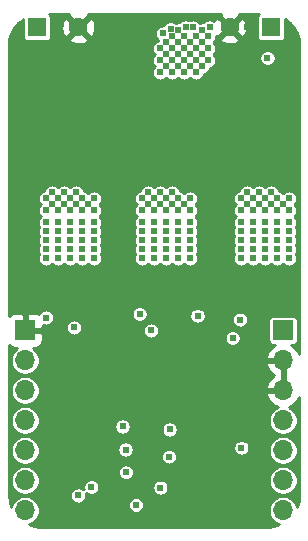
<source format=gbr>
%TF.GenerationSoftware,KiCad,Pcbnew,(5.1.9)-1*%
%TF.CreationDate,2021-11-17T21:41:55-08:00*%
%TF.ProjectId,MCL-102 Bridge,4d434c2d-3130-4322-9042-72696467652e,rev?*%
%TF.SameCoordinates,Original*%
%TF.FileFunction,Copper,L2,Inr*%
%TF.FilePolarity,Positive*%
%FSLAX46Y46*%
G04 Gerber Fmt 4.6, Leading zero omitted, Abs format (unit mm)*
G04 Created by KiCad (PCBNEW (5.1.9)-1) date 2021-11-17 21:41:55*
%MOMM*%
%LPD*%
G01*
G04 APERTURE LIST*
%TA.AperFunction,ComponentPad*%
%ADD10R,1.600000X1.600000*%
%TD*%
%TA.AperFunction,ComponentPad*%
%ADD11C,1.600000*%
%TD*%
%TA.AperFunction,ComponentPad*%
%ADD12O,1.700000X1.700000*%
%TD*%
%TA.AperFunction,ComponentPad*%
%ADD13R,1.700000X1.700000*%
%TD*%
%TA.AperFunction,ViaPad*%
%ADD14C,0.609600*%
%TD*%
%TA.AperFunction,Conductor*%
%ADD15C,0.254000*%
%TD*%
%TA.AperFunction,Conductor*%
%ADD16C,0.100000*%
%TD*%
G04 APERTURE END LIST*
D10*
%TO.N,VCC*%
%TO.C,C13*%
X149606000Y-84328000D03*
D11*
%TO.N,GND*%
X146106000Y-84328000D03*
%TD*%
%TO.N,GND*%
%TO.C,C1*%
X133294000Y-84328000D03*
D10*
%TO.N,VCC*%
X129794000Y-84328000D03*
%TD*%
D12*
%TO.N,/CL*%
%TO.C,J1*%
X128778000Y-125222000D03*
%TO.N,/BL*%
X128778000Y-122682000D03*
%TO.N,/AL*%
X128778000Y-120142000D03*
%TO.N,/CH*%
X128778000Y-117602000D03*
%TO.N,/BH*%
X128778000Y-115062000D03*
%TO.N,/AH*%
X128778000Y-112522000D03*
D13*
%TO.N,GND*%
X128778000Y-109982000D03*
%TD*%
D12*
%TO.N,/Temp*%
%TO.C,IO1*%
X150622000Y-125222000D03*
%TO.N,/VBAT*%
X150622000Y-122682000D03*
%TO.N,/IMON*%
X150622000Y-120142000D03*
%TO.N,+3V3*%
X150622000Y-117602000D03*
%TO.N,GND*%
X150622000Y-115062000D03*
X150622000Y-112522000D03*
D13*
%TO.N,VDD*%
X150622000Y-109982000D03*
%TD*%
D14*
%TO.N,GND*%
X137922000Y-94742000D03*
X135890000Y-94742000D03*
X135890000Y-95758000D03*
X137414000Y-98298000D03*
X137414000Y-97282000D03*
X136398000Y-97282000D03*
X136398000Y-99314000D03*
X137922000Y-95758000D03*
X136398000Y-96266000D03*
X136906000Y-97790000D03*
X136906000Y-98806000D03*
X135890000Y-96774000D03*
X136906000Y-96774000D03*
X137414000Y-99314000D03*
X135890000Y-97790000D03*
X137414000Y-96266000D03*
X136398000Y-95250000D03*
X136906000Y-94742000D03*
X137414000Y-95250000D03*
X136906000Y-95758000D03*
X136398000Y-98298000D03*
X146050000Y-94742000D03*
X144018000Y-94742000D03*
X144018000Y-95758000D03*
X145542000Y-98298000D03*
X145542000Y-97282000D03*
X144526000Y-97282000D03*
X144526000Y-99314000D03*
X144526000Y-96266000D03*
X145034000Y-97790000D03*
X145034000Y-98806000D03*
X144018000Y-96774000D03*
X145034000Y-96774000D03*
X145542000Y-99314000D03*
X144018000Y-97790000D03*
X145542000Y-96266000D03*
X144526000Y-95250000D03*
X145034000Y-94742000D03*
X145542000Y-95250000D03*
X145034000Y-95758000D03*
X144526000Y-98298000D03*
X128778000Y-93980000D03*
X129286000Y-93218000D03*
X137414000Y-93218000D03*
X136906000Y-93980000D03*
X136652000Y-93218000D03*
X136144000Y-93980000D03*
X145542000Y-93218000D03*
X144780000Y-93218000D03*
X145034000Y-93980000D03*
X144272000Y-93980000D03*
X135204200Y-111569500D03*
X135166100Y-110299500D03*
X131114800Y-123545600D03*
X134442200Y-122123200D03*
X147116800Y-122631200D03*
X147091400Y-118237000D03*
X135128000Y-114821000D03*
X147574000Y-84328000D03*
X132842000Y-86106000D03*
X147320000Y-115849402D03*
X127762000Y-94742000D03*
X128778000Y-94742000D03*
X129794000Y-94742000D03*
X129286000Y-95250000D03*
X128270000Y-95250000D03*
X127762000Y-95758000D03*
X128778000Y-95758000D03*
X129794000Y-95758000D03*
X129286000Y-96266000D03*
X128270000Y-96266000D03*
X127762000Y-96774000D03*
X128778000Y-96774000D03*
X129286000Y-97282000D03*
X128270000Y-97282000D03*
X127762000Y-97790000D03*
X128778000Y-97790000D03*
X129286000Y-98298000D03*
X128270000Y-98298000D03*
X127762000Y-98806000D03*
X128778000Y-98806000D03*
X129286000Y-99314000D03*
X128270000Y-99314000D03*
X128016000Y-100838000D03*
X128016000Y-102108000D03*
X129286000Y-102108000D03*
X129286000Y-100838000D03*
X146050000Y-93980000D03*
X143510000Y-94234000D03*
X143510000Y-93472000D03*
X135382000Y-94234000D03*
X135382000Y-93472000D03*
X137922000Y-93980000D03*
X129794000Y-93980000D03*
X127762000Y-93980000D03*
X127762000Y-93218000D03*
X146050000Y-95758000D03*
X145796000Y-124841000D03*
X131064000Y-124460000D03*
X144780000Y-125222000D03*
X143256000Y-125222000D03*
X142240000Y-125222000D03*
X132080000Y-125222000D03*
X148844000Y-119888000D03*
X138430000Y-112268000D03*
X136906000Y-111506000D03*
X137668000Y-109982000D03*
X136652000Y-109220000D03*
X135636000Y-108966000D03*
X133858000Y-111252000D03*
X130810000Y-125222000D03*
X145542000Y-122428000D03*
X144272000Y-123698000D03*
X143002000Y-110236000D03*
X144526000Y-120904000D03*
%TO.N,VCC*%
X147091400Y-119913400D03*
%TO.N,/MA*%
X131572000Y-98806000D03*
X133604000Y-98806000D03*
X130556000Y-98806000D03*
X132588000Y-98806000D03*
X134620000Y-98806000D03*
X132080000Y-99314000D03*
X134112000Y-99314000D03*
X131064000Y-99314000D03*
X133096000Y-99314000D03*
X131572000Y-99822000D03*
X133604000Y-99822000D03*
X130556000Y-99822000D03*
X132588000Y-99822000D03*
X132080000Y-98298000D03*
X131064000Y-98298000D03*
X133096000Y-98298000D03*
X131572000Y-100838000D03*
X133604000Y-100838000D03*
X130556000Y-100838000D03*
X132588000Y-100838000D03*
X134620000Y-100838000D03*
X131572000Y-101600000D03*
X133604000Y-101600000D03*
X130556000Y-101600000D03*
X132588000Y-101600000D03*
X134620000Y-101600000D03*
X131572000Y-102362000D03*
X133604000Y-102362000D03*
X130556000Y-102362000D03*
X132588000Y-102362000D03*
X134620000Y-102362000D03*
X131572000Y-103124000D03*
X133604000Y-103124000D03*
X130556000Y-103124000D03*
X132588000Y-103124000D03*
X134620000Y-103124000D03*
X134620000Y-99822000D03*
X134620000Y-103886000D03*
X133604000Y-103886000D03*
X132588000Y-103886000D03*
X131572000Y-103886000D03*
X130556000Y-103886000D03*
X141020800Y-118364000D03*
%TO.N,/MB*%
X138684000Y-102362000D03*
X140716000Y-103124000D03*
X138684000Y-101600000D03*
X139700000Y-102362000D03*
X141732000Y-102362000D03*
X139700000Y-101600000D03*
X142748000Y-102362000D03*
X138684000Y-98806000D03*
X140716000Y-102362000D03*
X140716000Y-99822000D03*
X141732000Y-101600000D03*
X139700000Y-99822000D03*
X142748000Y-98806000D03*
X141732000Y-103124000D03*
X138684000Y-103124000D03*
X141732000Y-99822000D03*
X141732000Y-98806000D03*
X139700000Y-98806000D03*
X142748000Y-99822000D03*
X140208000Y-99314000D03*
X140716000Y-98806000D03*
X142240000Y-99314000D03*
X139192000Y-99314000D03*
X141224000Y-99314000D03*
X138684000Y-99822000D03*
X139700000Y-103124000D03*
X142748000Y-103124000D03*
X139700000Y-103886000D03*
X140716000Y-100838000D03*
X138684000Y-100838000D03*
X142748000Y-101600000D03*
X141224000Y-98298000D03*
X141732000Y-100838000D03*
X140208000Y-98298000D03*
X140716000Y-101600000D03*
X142748000Y-100838000D03*
X139192000Y-98298000D03*
X139700000Y-100838000D03*
X141732000Y-103886000D03*
X138684000Y-103886000D03*
X140716000Y-103886000D03*
X142748000Y-103886000D03*
X140970000Y-120675400D03*
%TO.N,/MC*%
X147066000Y-102362000D03*
X149098000Y-103124000D03*
X147066000Y-101600000D03*
X148082000Y-102362000D03*
X150114000Y-102362000D03*
X148082000Y-101600000D03*
X151130000Y-102362000D03*
X147066000Y-98806000D03*
X149098000Y-102362000D03*
X149098000Y-99822000D03*
X150114000Y-101600000D03*
X148082000Y-99822000D03*
X151130000Y-98806000D03*
X150114000Y-103124000D03*
X147066000Y-103124000D03*
X150114000Y-99822000D03*
X150114000Y-98806000D03*
X148082000Y-98806000D03*
X151130000Y-99822000D03*
X148590000Y-99314000D03*
X149098000Y-98806000D03*
X150622000Y-99314000D03*
X147574000Y-99314000D03*
X149606000Y-99314000D03*
X147066000Y-99822000D03*
X148082000Y-103124000D03*
X151130000Y-103124000D03*
X148082000Y-103886000D03*
X149098000Y-100838000D03*
X147066000Y-100838000D03*
X151130000Y-101600000D03*
X149606000Y-98298000D03*
X150114000Y-100838000D03*
X148590000Y-98298000D03*
X149098000Y-101600000D03*
X151130000Y-100838000D03*
X147574000Y-98298000D03*
X148082000Y-100838000D03*
X150114000Y-103886000D03*
X147066000Y-103886000D03*
X149098000Y-103886000D03*
X151130000Y-103886000D03*
X140233400Y-123291600D03*
%TO.N,/IMON*%
X149301200Y-86918800D03*
X143383000Y-108737400D03*
%TO.N,/AHO*%
X137033000Y-118110000D03*
X132918200Y-109728000D03*
%TO.N,/ALO*%
X130556002Y-108889800D03*
X138176000Y-124764800D03*
%TO.N,/BHO*%
X137287000Y-120065800D03*
X139446000Y-109982000D03*
%TO.N,/BLO*%
X138480800Y-108585000D03*
X133273800Y-123952000D03*
%TO.N,/CHO*%
X137312400Y-121996200D03*
X146989800Y-109067600D03*
%TO.N,/CLO*%
X134391400Y-123240800D03*
X146354800Y-110642400D03*
%TO.N,Net-(J2-Pad1)*%
X141732000Y-87630000D03*
X143764000Y-87630000D03*
X142748000Y-87630000D03*
X140716000Y-87630000D03*
X141224000Y-88138000D03*
X143256000Y-88138000D03*
X142240000Y-88138000D03*
X140208000Y-88138000D03*
X140208000Y-87122000D03*
X144399000Y-84328000D03*
X143764000Y-84582000D03*
X144272000Y-85090000D03*
X140208000Y-86106000D03*
X144272000Y-87122000D03*
X144272000Y-86106000D03*
X143256000Y-87122000D03*
X142240000Y-87122000D03*
X141224000Y-87122000D03*
X140462000Y-84836000D03*
X143002000Y-84328000D03*
X141732000Y-84582000D03*
X141097000Y-84455000D03*
X142367000Y-84328000D03*
X142748000Y-85598000D03*
X143764000Y-85598000D03*
X142240000Y-85090000D03*
X143256000Y-85090000D03*
X141732000Y-85598000D03*
X141224000Y-85090000D03*
X140716000Y-85598000D03*
X143764000Y-86614000D03*
X143256000Y-86106000D03*
X142748000Y-86614000D03*
X142240000Y-86106000D03*
X141732000Y-86614000D03*
X141224000Y-86106000D03*
X140716000Y-86614000D03*
%TD*%
D15*
%TO.N,GND*%
X132480903Y-83335298D02*
X133294000Y-84148395D01*
X134107097Y-83335298D01*
X134070333Y-83210000D01*
X145329667Y-83210000D01*
X145292903Y-83335298D01*
X146106000Y-84148395D01*
X146919097Y-83335298D01*
X146882333Y-83210000D01*
X148592912Y-83210000D01*
X148535289Y-83257289D01*
X148487678Y-83315304D01*
X148452299Y-83381492D01*
X148430513Y-83453311D01*
X148423157Y-83528000D01*
X148423157Y-85128000D01*
X148430513Y-85202689D01*
X148452299Y-85274508D01*
X148487678Y-85340696D01*
X148535289Y-85398711D01*
X148593304Y-85446322D01*
X148659492Y-85481701D01*
X148731311Y-85503487D01*
X148806000Y-85510843D01*
X150406000Y-85510843D01*
X150480689Y-85503487D01*
X150552508Y-85481701D01*
X150618696Y-85446322D01*
X150676711Y-85398711D01*
X150724322Y-85340696D01*
X150759701Y-85274508D01*
X150781487Y-85202689D01*
X150788843Y-85128000D01*
X150788843Y-83640209D01*
X150812983Y-83653044D01*
X151212272Y-83978696D01*
X151540704Y-84375701D01*
X151785768Y-84828938D01*
X151938130Y-85321142D01*
X151994000Y-85852700D01*
X151994000Y-85852837D01*
X151994001Y-111965783D01*
X151893641Y-111755080D01*
X151719588Y-111521731D01*
X151503355Y-111326822D01*
X151315367Y-111214843D01*
X151472000Y-111214843D01*
X151546689Y-111207487D01*
X151618508Y-111185701D01*
X151684696Y-111150322D01*
X151742711Y-111102711D01*
X151790322Y-111044696D01*
X151825701Y-110978508D01*
X151847487Y-110906689D01*
X151854843Y-110832000D01*
X151854843Y-109132000D01*
X151847487Y-109057311D01*
X151825701Y-108985492D01*
X151790322Y-108919304D01*
X151742711Y-108861289D01*
X151684696Y-108813678D01*
X151618508Y-108778299D01*
X151546689Y-108756513D01*
X151472000Y-108749157D01*
X149772000Y-108749157D01*
X149697311Y-108756513D01*
X149625492Y-108778299D01*
X149559304Y-108813678D01*
X149501289Y-108861289D01*
X149453678Y-108919304D01*
X149418299Y-108985492D01*
X149396513Y-109057311D01*
X149389157Y-109132000D01*
X149389157Y-110832000D01*
X149396513Y-110906689D01*
X149418299Y-110978508D01*
X149453678Y-111044696D01*
X149501289Y-111102711D01*
X149559304Y-111150322D01*
X149625492Y-111185701D01*
X149697311Y-111207487D01*
X149772000Y-111214843D01*
X149928633Y-111214843D01*
X149740645Y-111326822D01*
X149524412Y-111521731D01*
X149350359Y-111755080D01*
X149225175Y-112017901D01*
X149180524Y-112165110D01*
X149301845Y-112395000D01*
X150495000Y-112395000D01*
X150495000Y-112375000D01*
X150749000Y-112375000D01*
X150749000Y-112395000D01*
X150769000Y-112395000D01*
X150769000Y-112649000D01*
X150749000Y-112649000D01*
X150749000Y-114935000D01*
X150769000Y-114935000D01*
X150769000Y-115189000D01*
X150749000Y-115189000D01*
X150749000Y-115209000D01*
X150495000Y-115209000D01*
X150495000Y-115189000D01*
X149301845Y-115189000D01*
X149180524Y-115418890D01*
X149225175Y-115566099D01*
X149350359Y-115828920D01*
X149524412Y-116062269D01*
X149740645Y-116257178D01*
X149990748Y-116406157D01*
X150153168Y-116463772D01*
X150038903Y-116511102D01*
X149837283Y-116645820D01*
X149665820Y-116817283D01*
X149531102Y-117018903D01*
X149438307Y-117242931D01*
X149391000Y-117480757D01*
X149391000Y-117723243D01*
X149438307Y-117961069D01*
X149531102Y-118185097D01*
X149665820Y-118386717D01*
X149837283Y-118558180D01*
X150038903Y-118692898D01*
X150262931Y-118785693D01*
X150500757Y-118833000D01*
X150743243Y-118833000D01*
X150981069Y-118785693D01*
X151205097Y-118692898D01*
X151406717Y-118558180D01*
X151578180Y-118386717D01*
X151712898Y-118185097D01*
X151805693Y-117961069D01*
X151853000Y-117723243D01*
X151853000Y-117480757D01*
X151805693Y-117242931D01*
X151712898Y-117018903D01*
X151578180Y-116817283D01*
X151406717Y-116645820D01*
X151205097Y-116511102D01*
X151090832Y-116463772D01*
X151253252Y-116406157D01*
X151503355Y-116257178D01*
X151719588Y-116062269D01*
X151893641Y-115828920D01*
X151994001Y-115618217D01*
X151994001Y-123932136D01*
X151941774Y-124464786D01*
X151811998Y-124894626D01*
X151805693Y-124862931D01*
X151712898Y-124638903D01*
X151578180Y-124437283D01*
X151406717Y-124265820D01*
X151205097Y-124131102D01*
X150981069Y-124038307D01*
X150743243Y-123991000D01*
X150500757Y-123991000D01*
X150262931Y-124038307D01*
X150038903Y-124131102D01*
X149837283Y-124265820D01*
X149665820Y-124437283D01*
X149531102Y-124638903D01*
X149438307Y-124862931D01*
X149391000Y-125100757D01*
X149391000Y-125343243D01*
X149438307Y-125581069D01*
X149531102Y-125805097D01*
X149665820Y-126006717D01*
X149837283Y-126178180D01*
X150038903Y-126312898D01*
X150262931Y-126405693D01*
X150292009Y-126411477D01*
X149882858Y-126538130D01*
X149351300Y-126594000D01*
X130067854Y-126594000D01*
X129535214Y-126541774D01*
X129105374Y-126411998D01*
X129137069Y-126405693D01*
X129361097Y-126312898D01*
X129562717Y-126178180D01*
X129734180Y-126006717D01*
X129868898Y-125805097D01*
X129961693Y-125581069D01*
X130009000Y-125343243D01*
X130009000Y-125100757D01*
X129961693Y-124862931D01*
X129893069Y-124697255D01*
X137490200Y-124697255D01*
X137490200Y-124832345D01*
X137516555Y-124964840D01*
X137568252Y-125089648D01*
X137643305Y-125201972D01*
X137738828Y-125297495D01*
X137851152Y-125372548D01*
X137975960Y-125424245D01*
X138108455Y-125450600D01*
X138243545Y-125450600D01*
X138376040Y-125424245D01*
X138500848Y-125372548D01*
X138613172Y-125297495D01*
X138708695Y-125201972D01*
X138783748Y-125089648D01*
X138835445Y-124964840D01*
X138861800Y-124832345D01*
X138861800Y-124697255D01*
X138835445Y-124564760D01*
X138783748Y-124439952D01*
X138708695Y-124327628D01*
X138613172Y-124232105D01*
X138500848Y-124157052D01*
X138376040Y-124105355D01*
X138243545Y-124079000D01*
X138108455Y-124079000D01*
X137975960Y-124105355D01*
X137851152Y-124157052D01*
X137738828Y-124232105D01*
X137643305Y-124327628D01*
X137568252Y-124439952D01*
X137516555Y-124564760D01*
X137490200Y-124697255D01*
X129893069Y-124697255D01*
X129868898Y-124638903D01*
X129734180Y-124437283D01*
X129562717Y-124265820D01*
X129361097Y-124131102D01*
X129137069Y-124038307D01*
X128899243Y-123991000D01*
X128656757Y-123991000D01*
X128418931Y-124038307D01*
X128194903Y-124131102D01*
X127993283Y-124265820D01*
X127821820Y-124437283D01*
X127687102Y-124638903D01*
X127594307Y-124862931D01*
X127588523Y-124892009D01*
X127461870Y-124482858D01*
X127406000Y-123951300D01*
X127406000Y-122560757D01*
X127547000Y-122560757D01*
X127547000Y-122803243D01*
X127594307Y-123041069D01*
X127687102Y-123265097D01*
X127821820Y-123466717D01*
X127993283Y-123638180D01*
X128194903Y-123772898D01*
X128418931Y-123865693D01*
X128656757Y-123913000D01*
X128899243Y-123913000D01*
X129042746Y-123884455D01*
X132588000Y-123884455D01*
X132588000Y-124019545D01*
X132614355Y-124152040D01*
X132666052Y-124276848D01*
X132741105Y-124389172D01*
X132836628Y-124484695D01*
X132948952Y-124559748D01*
X133073760Y-124611445D01*
X133206255Y-124637800D01*
X133341345Y-124637800D01*
X133473840Y-124611445D01*
X133598648Y-124559748D01*
X133710972Y-124484695D01*
X133806495Y-124389172D01*
X133881548Y-124276848D01*
X133933245Y-124152040D01*
X133959600Y-124019545D01*
X133959600Y-123884455D01*
X133933382Y-123752649D01*
X133954228Y-123773495D01*
X134066552Y-123848548D01*
X134191360Y-123900245D01*
X134323855Y-123926600D01*
X134458945Y-123926600D01*
X134591440Y-123900245D01*
X134716248Y-123848548D01*
X134828572Y-123773495D01*
X134924095Y-123677972D01*
X134999148Y-123565648D01*
X135050845Y-123440840D01*
X135077200Y-123308345D01*
X135077200Y-123224055D01*
X139547600Y-123224055D01*
X139547600Y-123359145D01*
X139573955Y-123491640D01*
X139625652Y-123616448D01*
X139700705Y-123728772D01*
X139796228Y-123824295D01*
X139908552Y-123899348D01*
X140033360Y-123951045D01*
X140165855Y-123977400D01*
X140300945Y-123977400D01*
X140433440Y-123951045D01*
X140558248Y-123899348D01*
X140670572Y-123824295D01*
X140766095Y-123728772D01*
X140841148Y-123616448D01*
X140892845Y-123491640D01*
X140919200Y-123359145D01*
X140919200Y-123224055D01*
X140892845Y-123091560D01*
X140841148Y-122966752D01*
X140766095Y-122854428D01*
X140670572Y-122758905D01*
X140558248Y-122683852D01*
X140433440Y-122632155D01*
X140300945Y-122605800D01*
X140165855Y-122605800D01*
X140033360Y-122632155D01*
X139908552Y-122683852D01*
X139796228Y-122758905D01*
X139700705Y-122854428D01*
X139625652Y-122966752D01*
X139573955Y-123091560D01*
X139547600Y-123224055D01*
X135077200Y-123224055D01*
X135077200Y-123173255D01*
X135050845Y-123040760D01*
X134999148Y-122915952D01*
X134924095Y-122803628D01*
X134828572Y-122708105D01*
X134716248Y-122633052D01*
X134591440Y-122581355D01*
X134458945Y-122555000D01*
X134323855Y-122555000D01*
X134191360Y-122581355D01*
X134066552Y-122633052D01*
X133954228Y-122708105D01*
X133858705Y-122803628D01*
X133783652Y-122915952D01*
X133731955Y-123040760D01*
X133705600Y-123173255D01*
X133705600Y-123308345D01*
X133731818Y-123440151D01*
X133710972Y-123419305D01*
X133598648Y-123344252D01*
X133473840Y-123292555D01*
X133341345Y-123266200D01*
X133206255Y-123266200D01*
X133073760Y-123292555D01*
X132948952Y-123344252D01*
X132836628Y-123419305D01*
X132741105Y-123514828D01*
X132666052Y-123627152D01*
X132614355Y-123751960D01*
X132588000Y-123884455D01*
X129042746Y-123884455D01*
X129137069Y-123865693D01*
X129361097Y-123772898D01*
X129562717Y-123638180D01*
X129734180Y-123466717D01*
X129868898Y-123265097D01*
X129961693Y-123041069D01*
X130009000Y-122803243D01*
X130009000Y-122560757D01*
X129961693Y-122322931D01*
X129868898Y-122098903D01*
X129755143Y-121928655D01*
X136626600Y-121928655D01*
X136626600Y-122063745D01*
X136652955Y-122196240D01*
X136704652Y-122321048D01*
X136779705Y-122433372D01*
X136875228Y-122528895D01*
X136987552Y-122603948D01*
X137112360Y-122655645D01*
X137244855Y-122682000D01*
X137379945Y-122682000D01*
X137512440Y-122655645D01*
X137637248Y-122603948D01*
X137701887Y-122560757D01*
X149391000Y-122560757D01*
X149391000Y-122803243D01*
X149438307Y-123041069D01*
X149531102Y-123265097D01*
X149665820Y-123466717D01*
X149837283Y-123638180D01*
X150038903Y-123772898D01*
X150262931Y-123865693D01*
X150500757Y-123913000D01*
X150743243Y-123913000D01*
X150981069Y-123865693D01*
X151205097Y-123772898D01*
X151406717Y-123638180D01*
X151578180Y-123466717D01*
X151712898Y-123265097D01*
X151805693Y-123041069D01*
X151853000Y-122803243D01*
X151853000Y-122560757D01*
X151805693Y-122322931D01*
X151712898Y-122098903D01*
X151578180Y-121897283D01*
X151406717Y-121725820D01*
X151205097Y-121591102D01*
X150981069Y-121498307D01*
X150743243Y-121451000D01*
X150500757Y-121451000D01*
X150262931Y-121498307D01*
X150038903Y-121591102D01*
X149837283Y-121725820D01*
X149665820Y-121897283D01*
X149531102Y-122098903D01*
X149438307Y-122322931D01*
X149391000Y-122560757D01*
X137701887Y-122560757D01*
X137749572Y-122528895D01*
X137845095Y-122433372D01*
X137920148Y-122321048D01*
X137971845Y-122196240D01*
X137998200Y-122063745D01*
X137998200Y-121928655D01*
X137971845Y-121796160D01*
X137920148Y-121671352D01*
X137845095Y-121559028D01*
X137749572Y-121463505D01*
X137637248Y-121388452D01*
X137512440Y-121336755D01*
X137379945Y-121310400D01*
X137244855Y-121310400D01*
X137112360Y-121336755D01*
X136987552Y-121388452D01*
X136875228Y-121463505D01*
X136779705Y-121559028D01*
X136704652Y-121671352D01*
X136652955Y-121796160D01*
X136626600Y-121928655D01*
X129755143Y-121928655D01*
X129734180Y-121897283D01*
X129562717Y-121725820D01*
X129361097Y-121591102D01*
X129137069Y-121498307D01*
X128899243Y-121451000D01*
X128656757Y-121451000D01*
X128418931Y-121498307D01*
X128194903Y-121591102D01*
X127993283Y-121725820D01*
X127821820Y-121897283D01*
X127687102Y-122098903D01*
X127594307Y-122322931D01*
X127547000Y-122560757D01*
X127406000Y-122560757D01*
X127406000Y-120020757D01*
X127547000Y-120020757D01*
X127547000Y-120263243D01*
X127594307Y-120501069D01*
X127687102Y-120725097D01*
X127821820Y-120926717D01*
X127993283Y-121098180D01*
X128194903Y-121232898D01*
X128418931Y-121325693D01*
X128656757Y-121373000D01*
X128899243Y-121373000D01*
X129137069Y-121325693D01*
X129361097Y-121232898D01*
X129562717Y-121098180D01*
X129734180Y-120926717D01*
X129868898Y-120725097D01*
X129961693Y-120501069D01*
X130009000Y-120263243D01*
X130009000Y-120020757D01*
X130004525Y-119998255D01*
X136601200Y-119998255D01*
X136601200Y-120133345D01*
X136627555Y-120265840D01*
X136679252Y-120390648D01*
X136754305Y-120502972D01*
X136849828Y-120598495D01*
X136962152Y-120673548D01*
X137086960Y-120725245D01*
X137219455Y-120751600D01*
X137354545Y-120751600D01*
X137487040Y-120725245D01*
X137611848Y-120673548D01*
X137710163Y-120607855D01*
X140284200Y-120607855D01*
X140284200Y-120742945D01*
X140310555Y-120875440D01*
X140362252Y-121000248D01*
X140437305Y-121112572D01*
X140532828Y-121208095D01*
X140645152Y-121283148D01*
X140769960Y-121334845D01*
X140902455Y-121361200D01*
X141037545Y-121361200D01*
X141170040Y-121334845D01*
X141294848Y-121283148D01*
X141407172Y-121208095D01*
X141502695Y-121112572D01*
X141577748Y-121000248D01*
X141629445Y-120875440D01*
X141655800Y-120742945D01*
X141655800Y-120607855D01*
X141629445Y-120475360D01*
X141577748Y-120350552D01*
X141502695Y-120238228D01*
X141407172Y-120142705D01*
X141294848Y-120067652D01*
X141170040Y-120015955D01*
X141037545Y-119989600D01*
X140902455Y-119989600D01*
X140769960Y-120015955D01*
X140645152Y-120067652D01*
X140532828Y-120142705D01*
X140437305Y-120238228D01*
X140362252Y-120350552D01*
X140310555Y-120475360D01*
X140284200Y-120607855D01*
X137710163Y-120607855D01*
X137724172Y-120598495D01*
X137819695Y-120502972D01*
X137894748Y-120390648D01*
X137946445Y-120265840D01*
X137972800Y-120133345D01*
X137972800Y-119998255D01*
X137946445Y-119865760D01*
X137938201Y-119845855D01*
X146405600Y-119845855D01*
X146405600Y-119980945D01*
X146431955Y-120113440D01*
X146483652Y-120238248D01*
X146558705Y-120350572D01*
X146654228Y-120446095D01*
X146766552Y-120521148D01*
X146891360Y-120572845D01*
X147023855Y-120599200D01*
X147158945Y-120599200D01*
X147291440Y-120572845D01*
X147416248Y-120521148D01*
X147528572Y-120446095D01*
X147624095Y-120350572D01*
X147699148Y-120238248D01*
X147750845Y-120113440D01*
X147769280Y-120020757D01*
X149391000Y-120020757D01*
X149391000Y-120263243D01*
X149438307Y-120501069D01*
X149531102Y-120725097D01*
X149665820Y-120926717D01*
X149837283Y-121098180D01*
X150038903Y-121232898D01*
X150262931Y-121325693D01*
X150500757Y-121373000D01*
X150743243Y-121373000D01*
X150981069Y-121325693D01*
X151205097Y-121232898D01*
X151406717Y-121098180D01*
X151578180Y-120926717D01*
X151712898Y-120725097D01*
X151805693Y-120501069D01*
X151853000Y-120263243D01*
X151853000Y-120020757D01*
X151805693Y-119782931D01*
X151712898Y-119558903D01*
X151578180Y-119357283D01*
X151406717Y-119185820D01*
X151205097Y-119051102D01*
X150981069Y-118958307D01*
X150743243Y-118911000D01*
X150500757Y-118911000D01*
X150262931Y-118958307D01*
X150038903Y-119051102D01*
X149837283Y-119185820D01*
X149665820Y-119357283D01*
X149531102Y-119558903D01*
X149438307Y-119782931D01*
X149391000Y-120020757D01*
X147769280Y-120020757D01*
X147777200Y-119980945D01*
X147777200Y-119845855D01*
X147750845Y-119713360D01*
X147699148Y-119588552D01*
X147624095Y-119476228D01*
X147528572Y-119380705D01*
X147416248Y-119305652D01*
X147291440Y-119253955D01*
X147158945Y-119227600D01*
X147023855Y-119227600D01*
X146891360Y-119253955D01*
X146766552Y-119305652D01*
X146654228Y-119380705D01*
X146558705Y-119476228D01*
X146483652Y-119588552D01*
X146431955Y-119713360D01*
X146405600Y-119845855D01*
X137938201Y-119845855D01*
X137894748Y-119740952D01*
X137819695Y-119628628D01*
X137724172Y-119533105D01*
X137611848Y-119458052D01*
X137487040Y-119406355D01*
X137354545Y-119380000D01*
X137219455Y-119380000D01*
X137086960Y-119406355D01*
X136962152Y-119458052D01*
X136849828Y-119533105D01*
X136754305Y-119628628D01*
X136679252Y-119740952D01*
X136627555Y-119865760D01*
X136601200Y-119998255D01*
X130004525Y-119998255D01*
X129961693Y-119782931D01*
X129868898Y-119558903D01*
X129734180Y-119357283D01*
X129562717Y-119185820D01*
X129361097Y-119051102D01*
X129137069Y-118958307D01*
X128899243Y-118911000D01*
X128656757Y-118911000D01*
X128418931Y-118958307D01*
X128194903Y-119051102D01*
X127993283Y-119185820D01*
X127821820Y-119357283D01*
X127687102Y-119558903D01*
X127594307Y-119782931D01*
X127547000Y-120020757D01*
X127406000Y-120020757D01*
X127406000Y-117480757D01*
X127547000Y-117480757D01*
X127547000Y-117723243D01*
X127594307Y-117961069D01*
X127687102Y-118185097D01*
X127821820Y-118386717D01*
X127993283Y-118558180D01*
X128194903Y-118692898D01*
X128418931Y-118785693D01*
X128656757Y-118833000D01*
X128899243Y-118833000D01*
X129137069Y-118785693D01*
X129361097Y-118692898D01*
X129562717Y-118558180D01*
X129734180Y-118386717D01*
X129868898Y-118185097D01*
X129927981Y-118042455D01*
X136347200Y-118042455D01*
X136347200Y-118177545D01*
X136373555Y-118310040D01*
X136425252Y-118434848D01*
X136500305Y-118547172D01*
X136595828Y-118642695D01*
X136708152Y-118717748D01*
X136832960Y-118769445D01*
X136965455Y-118795800D01*
X137100545Y-118795800D01*
X137233040Y-118769445D01*
X137357848Y-118717748D01*
X137470172Y-118642695D01*
X137565695Y-118547172D01*
X137640748Y-118434848D01*
X137692445Y-118310040D01*
X137695147Y-118296455D01*
X140335000Y-118296455D01*
X140335000Y-118431545D01*
X140361355Y-118564040D01*
X140413052Y-118688848D01*
X140488105Y-118801172D01*
X140583628Y-118896695D01*
X140695952Y-118971748D01*
X140820760Y-119023445D01*
X140953255Y-119049800D01*
X141088345Y-119049800D01*
X141220840Y-119023445D01*
X141345648Y-118971748D01*
X141457972Y-118896695D01*
X141553495Y-118801172D01*
X141628548Y-118688848D01*
X141680245Y-118564040D01*
X141706600Y-118431545D01*
X141706600Y-118296455D01*
X141680245Y-118163960D01*
X141628548Y-118039152D01*
X141553495Y-117926828D01*
X141457972Y-117831305D01*
X141345648Y-117756252D01*
X141220840Y-117704555D01*
X141088345Y-117678200D01*
X140953255Y-117678200D01*
X140820760Y-117704555D01*
X140695952Y-117756252D01*
X140583628Y-117831305D01*
X140488105Y-117926828D01*
X140413052Y-118039152D01*
X140361355Y-118163960D01*
X140335000Y-118296455D01*
X137695147Y-118296455D01*
X137718800Y-118177545D01*
X137718800Y-118042455D01*
X137692445Y-117909960D01*
X137640748Y-117785152D01*
X137565695Y-117672828D01*
X137470172Y-117577305D01*
X137357848Y-117502252D01*
X137233040Y-117450555D01*
X137100545Y-117424200D01*
X136965455Y-117424200D01*
X136832960Y-117450555D01*
X136708152Y-117502252D01*
X136595828Y-117577305D01*
X136500305Y-117672828D01*
X136425252Y-117785152D01*
X136373555Y-117909960D01*
X136347200Y-118042455D01*
X129927981Y-118042455D01*
X129961693Y-117961069D01*
X130009000Y-117723243D01*
X130009000Y-117480757D01*
X129961693Y-117242931D01*
X129868898Y-117018903D01*
X129734180Y-116817283D01*
X129562717Y-116645820D01*
X129361097Y-116511102D01*
X129137069Y-116418307D01*
X128899243Y-116371000D01*
X128656757Y-116371000D01*
X128418931Y-116418307D01*
X128194903Y-116511102D01*
X127993283Y-116645820D01*
X127821820Y-116817283D01*
X127687102Y-117018903D01*
X127594307Y-117242931D01*
X127547000Y-117480757D01*
X127406000Y-117480757D01*
X127406000Y-114940757D01*
X127547000Y-114940757D01*
X127547000Y-115183243D01*
X127594307Y-115421069D01*
X127687102Y-115645097D01*
X127821820Y-115846717D01*
X127993283Y-116018180D01*
X128194903Y-116152898D01*
X128418931Y-116245693D01*
X128656757Y-116293000D01*
X128899243Y-116293000D01*
X129137069Y-116245693D01*
X129361097Y-116152898D01*
X129562717Y-116018180D01*
X129734180Y-115846717D01*
X129868898Y-115645097D01*
X129961693Y-115421069D01*
X130009000Y-115183243D01*
X130009000Y-114940757D01*
X129961693Y-114702931D01*
X129868898Y-114478903D01*
X129734180Y-114277283D01*
X129562717Y-114105820D01*
X129361097Y-113971102D01*
X129137069Y-113878307D01*
X128899243Y-113831000D01*
X128656757Y-113831000D01*
X128418931Y-113878307D01*
X128194903Y-113971102D01*
X127993283Y-114105820D01*
X127821820Y-114277283D01*
X127687102Y-114478903D01*
X127594307Y-114702931D01*
X127547000Y-114940757D01*
X127406000Y-114940757D01*
X127406000Y-111196896D01*
X127476815Y-111283185D01*
X127573506Y-111362537D01*
X127683820Y-111421502D01*
X127803518Y-111457812D01*
X127928000Y-111470072D01*
X128138294Y-111468927D01*
X127993283Y-111565820D01*
X127821820Y-111737283D01*
X127687102Y-111938903D01*
X127594307Y-112162931D01*
X127547000Y-112400757D01*
X127547000Y-112643243D01*
X127594307Y-112881069D01*
X127687102Y-113105097D01*
X127821820Y-113306717D01*
X127993283Y-113478180D01*
X128194903Y-113612898D01*
X128418931Y-113705693D01*
X128656757Y-113753000D01*
X128899243Y-113753000D01*
X129137069Y-113705693D01*
X129361097Y-113612898D01*
X129562717Y-113478180D01*
X129734180Y-113306717D01*
X129868898Y-113105097D01*
X129961693Y-112881069D01*
X129962126Y-112878890D01*
X149180524Y-112878890D01*
X149225175Y-113026099D01*
X149350359Y-113288920D01*
X149524412Y-113522269D01*
X149740645Y-113717178D01*
X149866255Y-113792000D01*
X149740645Y-113866822D01*
X149524412Y-114061731D01*
X149350359Y-114295080D01*
X149225175Y-114557901D01*
X149180524Y-114705110D01*
X149301845Y-114935000D01*
X150495000Y-114935000D01*
X150495000Y-112649000D01*
X149301845Y-112649000D01*
X149180524Y-112878890D01*
X129962126Y-112878890D01*
X130009000Y-112643243D01*
X130009000Y-112400757D01*
X129961693Y-112162931D01*
X129868898Y-111938903D01*
X129734180Y-111737283D01*
X129562717Y-111565820D01*
X129417706Y-111468927D01*
X129628000Y-111470072D01*
X129752482Y-111457812D01*
X129872180Y-111421502D01*
X129982494Y-111362537D01*
X130079185Y-111283185D01*
X130158537Y-111186494D01*
X130217502Y-111076180D01*
X130253812Y-110956482D01*
X130266072Y-110832000D01*
X130263000Y-110267750D01*
X130104250Y-110109000D01*
X128905000Y-110109000D01*
X128905000Y-110129000D01*
X128651000Y-110129000D01*
X128651000Y-110109000D01*
X128631000Y-110109000D01*
X128631000Y-109855000D01*
X128651000Y-109855000D01*
X128651000Y-108655750D01*
X128905000Y-108655750D01*
X128905000Y-109855000D01*
X130104250Y-109855000D01*
X130263000Y-109696250D01*
X130263194Y-109660455D01*
X132232400Y-109660455D01*
X132232400Y-109795545D01*
X132258755Y-109928040D01*
X132310452Y-110052848D01*
X132385505Y-110165172D01*
X132481028Y-110260695D01*
X132593352Y-110335748D01*
X132718160Y-110387445D01*
X132850655Y-110413800D01*
X132985745Y-110413800D01*
X133118240Y-110387445D01*
X133243048Y-110335748D01*
X133355372Y-110260695D01*
X133450895Y-110165172D01*
X133525948Y-110052848D01*
X133577645Y-109928040D01*
X133580347Y-109914455D01*
X138760200Y-109914455D01*
X138760200Y-110049545D01*
X138786555Y-110182040D01*
X138838252Y-110306848D01*
X138913305Y-110419172D01*
X139008828Y-110514695D01*
X139121152Y-110589748D01*
X139245960Y-110641445D01*
X139378455Y-110667800D01*
X139513545Y-110667800D01*
X139646040Y-110641445D01*
X139770848Y-110589748D01*
X139793136Y-110574855D01*
X145669000Y-110574855D01*
X145669000Y-110709945D01*
X145695355Y-110842440D01*
X145747052Y-110967248D01*
X145822105Y-111079572D01*
X145917628Y-111175095D01*
X146029952Y-111250148D01*
X146154760Y-111301845D01*
X146287255Y-111328200D01*
X146422345Y-111328200D01*
X146554840Y-111301845D01*
X146679648Y-111250148D01*
X146791972Y-111175095D01*
X146887495Y-111079572D01*
X146962548Y-110967248D01*
X147014245Y-110842440D01*
X147040600Y-110709945D01*
X147040600Y-110574855D01*
X147014245Y-110442360D01*
X146962548Y-110317552D01*
X146887495Y-110205228D01*
X146791972Y-110109705D01*
X146679648Y-110034652D01*
X146554840Y-109982955D01*
X146422345Y-109956600D01*
X146287255Y-109956600D01*
X146154760Y-109982955D01*
X146029952Y-110034652D01*
X145917628Y-110109705D01*
X145822105Y-110205228D01*
X145747052Y-110317552D01*
X145695355Y-110442360D01*
X145669000Y-110574855D01*
X139793136Y-110574855D01*
X139883172Y-110514695D01*
X139978695Y-110419172D01*
X140053748Y-110306848D01*
X140105445Y-110182040D01*
X140131800Y-110049545D01*
X140131800Y-109914455D01*
X140105445Y-109781960D01*
X140053748Y-109657152D01*
X139978695Y-109544828D01*
X139883172Y-109449305D01*
X139770848Y-109374252D01*
X139646040Y-109322555D01*
X139513545Y-109296200D01*
X139378455Y-109296200D01*
X139245960Y-109322555D01*
X139121152Y-109374252D01*
X139008828Y-109449305D01*
X138913305Y-109544828D01*
X138838252Y-109657152D01*
X138786555Y-109781960D01*
X138760200Y-109914455D01*
X133580347Y-109914455D01*
X133604000Y-109795545D01*
X133604000Y-109660455D01*
X133577645Y-109527960D01*
X133525948Y-109403152D01*
X133450895Y-109290828D01*
X133355372Y-109195305D01*
X133243048Y-109120252D01*
X133118240Y-109068555D01*
X132985745Y-109042200D01*
X132850655Y-109042200D01*
X132718160Y-109068555D01*
X132593352Y-109120252D01*
X132481028Y-109195305D01*
X132385505Y-109290828D01*
X132310452Y-109403152D01*
X132258755Y-109527960D01*
X132232400Y-109660455D01*
X130263194Y-109660455D01*
X130264008Y-109511156D01*
X130355962Y-109549245D01*
X130488457Y-109575600D01*
X130623547Y-109575600D01*
X130756042Y-109549245D01*
X130880850Y-109497548D01*
X130993174Y-109422495D01*
X131088697Y-109326972D01*
X131163750Y-109214648D01*
X131215447Y-109089840D01*
X131241802Y-108957345D01*
X131241802Y-108822255D01*
X131215447Y-108689760D01*
X131163750Y-108564952D01*
X131132014Y-108517455D01*
X137795000Y-108517455D01*
X137795000Y-108652545D01*
X137821355Y-108785040D01*
X137873052Y-108909848D01*
X137948105Y-109022172D01*
X138043628Y-109117695D01*
X138155952Y-109192748D01*
X138280760Y-109244445D01*
X138413255Y-109270800D01*
X138548345Y-109270800D01*
X138680840Y-109244445D01*
X138805648Y-109192748D01*
X138917972Y-109117695D01*
X139013495Y-109022172D01*
X139088548Y-108909848D01*
X139140245Y-108785040D01*
X139163156Y-108669855D01*
X142697200Y-108669855D01*
X142697200Y-108804945D01*
X142723555Y-108937440D01*
X142775252Y-109062248D01*
X142850305Y-109174572D01*
X142945828Y-109270095D01*
X143058152Y-109345148D01*
X143182960Y-109396845D01*
X143315455Y-109423200D01*
X143450545Y-109423200D01*
X143583040Y-109396845D01*
X143707848Y-109345148D01*
X143820172Y-109270095D01*
X143915695Y-109174572D01*
X143990748Y-109062248D01*
X144016509Y-109000055D01*
X146304000Y-109000055D01*
X146304000Y-109135145D01*
X146330355Y-109267640D01*
X146382052Y-109392448D01*
X146457105Y-109504772D01*
X146552628Y-109600295D01*
X146664952Y-109675348D01*
X146789760Y-109727045D01*
X146922255Y-109753400D01*
X147057345Y-109753400D01*
X147189840Y-109727045D01*
X147314648Y-109675348D01*
X147426972Y-109600295D01*
X147522495Y-109504772D01*
X147597548Y-109392448D01*
X147649245Y-109267640D01*
X147675600Y-109135145D01*
X147675600Y-109000055D01*
X147649245Y-108867560D01*
X147597548Y-108742752D01*
X147522495Y-108630428D01*
X147426972Y-108534905D01*
X147314648Y-108459852D01*
X147189840Y-108408155D01*
X147057345Y-108381800D01*
X146922255Y-108381800D01*
X146789760Y-108408155D01*
X146664952Y-108459852D01*
X146552628Y-108534905D01*
X146457105Y-108630428D01*
X146382052Y-108742752D01*
X146330355Y-108867560D01*
X146304000Y-109000055D01*
X144016509Y-109000055D01*
X144042445Y-108937440D01*
X144068800Y-108804945D01*
X144068800Y-108669855D01*
X144042445Y-108537360D01*
X143990748Y-108412552D01*
X143915695Y-108300228D01*
X143820172Y-108204705D01*
X143707848Y-108129652D01*
X143583040Y-108077955D01*
X143450545Y-108051600D01*
X143315455Y-108051600D01*
X143182960Y-108077955D01*
X143058152Y-108129652D01*
X142945828Y-108204705D01*
X142850305Y-108300228D01*
X142775252Y-108412552D01*
X142723555Y-108537360D01*
X142697200Y-108669855D01*
X139163156Y-108669855D01*
X139166600Y-108652545D01*
X139166600Y-108517455D01*
X139140245Y-108384960D01*
X139088548Y-108260152D01*
X139013495Y-108147828D01*
X138917972Y-108052305D01*
X138805648Y-107977252D01*
X138680840Y-107925555D01*
X138548345Y-107899200D01*
X138413255Y-107899200D01*
X138280760Y-107925555D01*
X138155952Y-107977252D01*
X138043628Y-108052305D01*
X137948105Y-108147828D01*
X137873052Y-108260152D01*
X137821355Y-108384960D01*
X137795000Y-108517455D01*
X131132014Y-108517455D01*
X131088697Y-108452628D01*
X130993174Y-108357105D01*
X130880850Y-108282052D01*
X130756042Y-108230355D01*
X130623547Y-108204000D01*
X130488457Y-108204000D01*
X130355962Y-108230355D01*
X130231154Y-108282052D01*
X130118830Y-108357105D01*
X130023307Y-108452628D01*
X129948254Y-108564952D01*
X129942079Y-108579860D01*
X129872180Y-108542498D01*
X129752482Y-108506188D01*
X129628000Y-108493928D01*
X129063750Y-108497000D01*
X128905000Y-108655750D01*
X128651000Y-108655750D01*
X128492250Y-108497000D01*
X127928000Y-108493928D01*
X127803518Y-108506188D01*
X127683820Y-108542498D01*
X127573506Y-108601463D01*
X127476815Y-108680815D01*
X127406000Y-108767104D01*
X127406000Y-98738455D01*
X129870200Y-98738455D01*
X129870200Y-98873545D01*
X129896555Y-99006040D01*
X129948252Y-99130848D01*
X130023305Y-99243172D01*
X130094133Y-99314000D01*
X130023305Y-99384828D01*
X129948252Y-99497152D01*
X129896555Y-99621960D01*
X129870200Y-99754455D01*
X129870200Y-99889545D01*
X129896555Y-100022040D01*
X129948252Y-100146848D01*
X130023305Y-100259172D01*
X130094133Y-100330000D01*
X130023305Y-100400828D01*
X129948252Y-100513152D01*
X129896555Y-100637960D01*
X129870200Y-100770455D01*
X129870200Y-100905545D01*
X129896555Y-101038040D01*
X129948252Y-101162848D01*
X129985772Y-101219000D01*
X129948252Y-101275152D01*
X129896555Y-101399960D01*
X129870200Y-101532455D01*
X129870200Y-101667545D01*
X129896555Y-101800040D01*
X129948252Y-101924848D01*
X129985772Y-101981000D01*
X129948252Y-102037152D01*
X129896555Y-102161960D01*
X129870200Y-102294455D01*
X129870200Y-102429545D01*
X129896555Y-102562040D01*
X129948252Y-102686848D01*
X129985772Y-102743000D01*
X129948252Y-102799152D01*
X129896555Y-102923960D01*
X129870200Y-103056455D01*
X129870200Y-103191545D01*
X129896555Y-103324040D01*
X129948252Y-103448848D01*
X129985772Y-103505000D01*
X129948252Y-103561152D01*
X129896555Y-103685960D01*
X129870200Y-103818455D01*
X129870200Y-103953545D01*
X129896555Y-104086040D01*
X129948252Y-104210848D01*
X130023305Y-104323172D01*
X130118828Y-104418695D01*
X130231152Y-104493748D01*
X130355960Y-104545445D01*
X130488455Y-104571800D01*
X130623545Y-104571800D01*
X130756040Y-104545445D01*
X130880848Y-104493748D01*
X130993172Y-104418695D01*
X131064000Y-104347867D01*
X131134828Y-104418695D01*
X131247152Y-104493748D01*
X131371960Y-104545445D01*
X131504455Y-104571800D01*
X131639545Y-104571800D01*
X131772040Y-104545445D01*
X131896848Y-104493748D01*
X132009172Y-104418695D01*
X132080000Y-104347867D01*
X132150828Y-104418695D01*
X132263152Y-104493748D01*
X132387960Y-104545445D01*
X132520455Y-104571800D01*
X132655545Y-104571800D01*
X132788040Y-104545445D01*
X132912848Y-104493748D01*
X133025172Y-104418695D01*
X133096000Y-104347867D01*
X133166828Y-104418695D01*
X133279152Y-104493748D01*
X133403960Y-104545445D01*
X133536455Y-104571800D01*
X133671545Y-104571800D01*
X133804040Y-104545445D01*
X133928848Y-104493748D01*
X134041172Y-104418695D01*
X134112000Y-104347867D01*
X134182828Y-104418695D01*
X134295152Y-104493748D01*
X134419960Y-104545445D01*
X134552455Y-104571800D01*
X134687545Y-104571800D01*
X134820040Y-104545445D01*
X134944848Y-104493748D01*
X135057172Y-104418695D01*
X135152695Y-104323172D01*
X135227748Y-104210848D01*
X135279445Y-104086040D01*
X135305800Y-103953545D01*
X135305800Y-103818455D01*
X135279445Y-103685960D01*
X135227748Y-103561152D01*
X135190228Y-103505000D01*
X135227748Y-103448848D01*
X135279445Y-103324040D01*
X135305800Y-103191545D01*
X135305800Y-103056455D01*
X135279445Y-102923960D01*
X135227748Y-102799152D01*
X135190228Y-102743000D01*
X135227748Y-102686848D01*
X135279445Y-102562040D01*
X135305800Y-102429545D01*
X135305800Y-102294455D01*
X135279445Y-102161960D01*
X135227748Y-102037152D01*
X135190228Y-101981000D01*
X135227748Y-101924848D01*
X135279445Y-101800040D01*
X135305800Y-101667545D01*
X135305800Y-101532455D01*
X135279445Y-101399960D01*
X135227748Y-101275152D01*
X135190228Y-101219000D01*
X135227748Y-101162848D01*
X135279445Y-101038040D01*
X135305800Y-100905545D01*
X135305800Y-100770455D01*
X135279445Y-100637960D01*
X135227748Y-100513152D01*
X135152695Y-100400828D01*
X135081867Y-100330000D01*
X135152695Y-100259172D01*
X135227748Y-100146848D01*
X135279445Y-100022040D01*
X135305800Y-99889545D01*
X135305800Y-99754455D01*
X135279445Y-99621960D01*
X135227748Y-99497152D01*
X135152695Y-99384828D01*
X135081867Y-99314000D01*
X135152695Y-99243172D01*
X135227748Y-99130848D01*
X135279445Y-99006040D01*
X135305800Y-98873545D01*
X135305800Y-98738455D01*
X137998200Y-98738455D01*
X137998200Y-98873545D01*
X138024555Y-99006040D01*
X138076252Y-99130848D01*
X138151305Y-99243172D01*
X138222133Y-99314000D01*
X138151305Y-99384828D01*
X138076252Y-99497152D01*
X138024555Y-99621960D01*
X137998200Y-99754455D01*
X137998200Y-99889545D01*
X138024555Y-100022040D01*
X138076252Y-100146848D01*
X138151305Y-100259172D01*
X138222133Y-100330000D01*
X138151305Y-100400828D01*
X138076252Y-100513152D01*
X138024555Y-100637960D01*
X137998200Y-100770455D01*
X137998200Y-100905545D01*
X138024555Y-101038040D01*
X138076252Y-101162848D01*
X138113772Y-101219000D01*
X138076252Y-101275152D01*
X138024555Y-101399960D01*
X137998200Y-101532455D01*
X137998200Y-101667545D01*
X138024555Y-101800040D01*
X138076252Y-101924848D01*
X138113772Y-101981000D01*
X138076252Y-102037152D01*
X138024555Y-102161960D01*
X137998200Y-102294455D01*
X137998200Y-102429545D01*
X138024555Y-102562040D01*
X138076252Y-102686848D01*
X138113772Y-102743000D01*
X138076252Y-102799152D01*
X138024555Y-102923960D01*
X137998200Y-103056455D01*
X137998200Y-103191545D01*
X138024555Y-103324040D01*
X138076252Y-103448848D01*
X138113772Y-103505000D01*
X138076252Y-103561152D01*
X138024555Y-103685960D01*
X137998200Y-103818455D01*
X137998200Y-103953545D01*
X138024555Y-104086040D01*
X138076252Y-104210848D01*
X138151305Y-104323172D01*
X138246828Y-104418695D01*
X138359152Y-104493748D01*
X138483960Y-104545445D01*
X138616455Y-104571800D01*
X138751545Y-104571800D01*
X138884040Y-104545445D01*
X139008848Y-104493748D01*
X139121172Y-104418695D01*
X139192000Y-104347867D01*
X139262828Y-104418695D01*
X139375152Y-104493748D01*
X139499960Y-104545445D01*
X139632455Y-104571800D01*
X139767545Y-104571800D01*
X139900040Y-104545445D01*
X140024848Y-104493748D01*
X140137172Y-104418695D01*
X140208000Y-104347867D01*
X140278828Y-104418695D01*
X140391152Y-104493748D01*
X140515960Y-104545445D01*
X140648455Y-104571800D01*
X140783545Y-104571800D01*
X140916040Y-104545445D01*
X141040848Y-104493748D01*
X141153172Y-104418695D01*
X141224000Y-104347867D01*
X141294828Y-104418695D01*
X141407152Y-104493748D01*
X141531960Y-104545445D01*
X141664455Y-104571800D01*
X141799545Y-104571800D01*
X141932040Y-104545445D01*
X142056848Y-104493748D01*
X142169172Y-104418695D01*
X142240000Y-104347867D01*
X142310828Y-104418695D01*
X142423152Y-104493748D01*
X142547960Y-104545445D01*
X142680455Y-104571800D01*
X142815545Y-104571800D01*
X142948040Y-104545445D01*
X143072848Y-104493748D01*
X143185172Y-104418695D01*
X143280695Y-104323172D01*
X143355748Y-104210848D01*
X143407445Y-104086040D01*
X143433800Y-103953545D01*
X143433800Y-103818455D01*
X143407445Y-103685960D01*
X143355748Y-103561152D01*
X143318228Y-103505000D01*
X143355748Y-103448848D01*
X143407445Y-103324040D01*
X143433800Y-103191545D01*
X143433800Y-103056455D01*
X143407445Y-102923960D01*
X143355748Y-102799152D01*
X143318228Y-102743000D01*
X143355748Y-102686848D01*
X143407445Y-102562040D01*
X143433800Y-102429545D01*
X143433800Y-102294455D01*
X143407445Y-102161960D01*
X143355748Y-102037152D01*
X143318228Y-101981000D01*
X143355748Y-101924848D01*
X143407445Y-101800040D01*
X143433800Y-101667545D01*
X143433800Y-101532455D01*
X143407445Y-101399960D01*
X143355748Y-101275152D01*
X143318228Y-101219000D01*
X143355748Y-101162848D01*
X143407445Y-101038040D01*
X143433800Y-100905545D01*
X143433800Y-100770455D01*
X143407445Y-100637960D01*
X143355748Y-100513152D01*
X143280695Y-100400828D01*
X143209867Y-100330000D01*
X143280695Y-100259172D01*
X143355748Y-100146848D01*
X143407445Y-100022040D01*
X143433800Y-99889545D01*
X143433800Y-99754455D01*
X143407445Y-99621960D01*
X143355748Y-99497152D01*
X143280695Y-99384828D01*
X143209867Y-99314000D01*
X143280695Y-99243172D01*
X143355748Y-99130848D01*
X143407445Y-99006040D01*
X143433800Y-98873545D01*
X143433800Y-98738455D01*
X146380200Y-98738455D01*
X146380200Y-98873545D01*
X146406555Y-99006040D01*
X146458252Y-99130848D01*
X146533305Y-99243172D01*
X146604133Y-99314000D01*
X146533305Y-99384828D01*
X146458252Y-99497152D01*
X146406555Y-99621960D01*
X146380200Y-99754455D01*
X146380200Y-99889545D01*
X146406555Y-100022040D01*
X146458252Y-100146848D01*
X146533305Y-100259172D01*
X146604133Y-100330000D01*
X146533305Y-100400828D01*
X146458252Y-100513152D01*
X146406555Y-100637960D01*
X146380200Y-100770455D01*
X146380200Y-100905545D01*
X146406555Y-101038040D01*
X146458252Y-101162848D01*
X146495772Y-101219000D01*
X146458252Y-101275152D01*
X146406555Y-101399960D01*
X146380200Y-101532455D01*
X146380200Y-101667545D01*
X146406555Y-101800040D01*
X146458252Y-101924848D01*
X146495772Y-101981000D01*
X146458252Y-102037152D01*
X146406555Y-102161960D01*
X146380200Y-102294455D01*
X146380200Y-102429545D01*
X146406555Y-102562040D01*
X146458252Y-102686848D01*
X146495772Y-102743000D01*
X146458252Y-102799152D01*
X146406555Y-102923960D01*
X146380200Y-103056455D01*
X146380200Y-103191545D01*
X146406555Y-103324040D01*
X146458252Y-103448848D01*
X146495772Y-103505000D01*
X146458252Y-103561152D01*
X146406555Y-103685960D01*
X146380200Y-103818455D01*
X146380200Y-103953545D01*
X146406555Y-104086040D01*
X146458252Y-104210848D01*
X146533305Y-104323172D01*
X146628828Y-104418695D01*
X146741152Y-104493748D01*
X146865960Y-104545445D01*
X146998455Y-104571800D01*
X147133545Y-104571800D01*
X147266040Y-104545445D01*
X147390848Y-104493748D01*
X147503172Y-104418695D01*
X147574000Y-104347867D01*
X147644828Y-104418695D01*
X147757152Y-104493748D01*
X147881960Y-104545445D01*
X148014455Y-104571800D01*
X148149545Y-104571800D01*
X148282040Y-104545445D01*
X148406848Y-104493748D01*
X148519172Y-104418695D01*
X148590000Y-104347867D01*
X148660828Y-104418695D01*
X148773152Y-104493748D01*
X148897960Y-104545445D01*
X149030455Y-104571800D01*
X149165545Y-104571800D01*
X149298040Y-104545445D01*
X149422848Y-104493748D01*
X149535172Y-104418695D01*
X149606000Y-104347867D01*
X149676828Y-104418695D01*
X149789152Y-104493748D01*
X149913960Y-104545445D01*
X150046455Y-104571800D01*
X150181545Y-104571800D01*
X150314040Y-104545445D01*
X150438848Y-104493748D01*
X150551172Y-104418695D01*
X150622000Y-104347867D01*
X150692828Y-104418695D01*
X150805152Y-104493748D01*
X150929960Y-104545445D01*
X151062455Y-104571800D01*
X151197545Y-104571800D01*
X151330040Y-104545445D01*
X151454848Y-104493748D01*
X151567172Y-104418695D01*
X151662695Y-104323172D01*
X151737748Y-104210848D01*
X151789445Y-104086040D01*
X151815800Y-103953545D01*
X151815800Y-103818455D01*
X151789445Y-103685960D01*
X151737748Y-103561152D01*
X151700228Y-103505000D01*
X151737748Y-103448848D01*
X151789445Y-103324040D01*
X151815800Y-103191545D01*
X151815800Y-103056455D01*
X151789445Y-102923960D01*
X151737748Y-102799152D01*
X151700228Y-102743000D01*
X151737748Y-102686848D01*
X151789445Y-102562040D01*
X151815800Y-102429545D01*
X151815800Y-102294455D01*
X151789445Y-102161960D01*
X151737748Y-102037152D01*
X151700228Y-101981000D01*
X151737748Y-101924848D01*
X151789445Y-101800040D01*
X151815800Y-101667545D01*
X151815800Y-101532455D01*
X151789445Y-101399960D01*
X151737748Y-101275152D01*
X151700228Y-101219000D01*
X151737748Y-101162848D01*
X151789445Y-101038040D01*
X151815800Y-100905545D01*
X151815800Y-100770455D01*
X151789445Y-100637960D01*
X151737748Y-100513152D01*
X151662695Y-100400828D01*
X151591867Y-100330000D01*
X151662695Y-100259172D01*
X151737748Y-100146848D01*
X151789445Y-100022040D01*
X151815800Y-99889545D01*
X151815800Y-99754455D01*
X151789445Y-99621960D01*
X151737748Y-99497152D01*
X151662695Y-99384828D01*
X151591867Y-99314000D01*
X151662695Y-99243172D01*
X151737748Y-99130848D01*
X151789445Y-99006040D01*
X151815800Y-98873545D01*
X151815800Y-98738455D01*
X151789445Y-98605960D01*
X151737748Y-98481152D01*
X151662695Y-98368828D01*
X151567172Y-98273305D01*
X151454848Y-98198252D01*
X151330040Y-98146555D01*
X151197545Y-98120200D01*
X151062455Y-98120200D01*
X150929960Y-98146555D01*
X150805152Y-98198252D01*
X150692828Y-98273305D01*
X150622000Y-98344133D01*
X150551172Y-98273305D01*
X150438848Y-98198252D01*
X150314040Y-98146555D01*
X150273507Y-98138493D01*
X150265445Y-98097960D01*
X150213748Y-97973152D01*
X150138695Y-97860828D01*
X150043172Y-97765305D01*
X149930848Y-97690252D01*
X149806040Y-97638555D01*
X149673545Y-97612200D01*
X149538455Y-97612200D01*
X149405960Y-97638555D01*
X149281152Y-97690252D01*
X149168828Y-97765305D01*
X149098000Y-97836133D01*
X149027172Y-97765305D01*
X148914848Y-97690252D01*
X148790040Y-97638555D01*
X148657545Y-97612200D01*
X148522455Y-97612200D01*
X148389960Y-97638555D01*
X148265152Y-97690252D01*
X148152828Y-97765305D01*
X148082000Y-97836133D01*
X148011172Y-97765305D01*
X147898848Y-97690252D01*
X147774040Y-97638555D01*
X147641545Y-97612200D01*
X147506455Y-97612200D01*
X147373960Y-97638555D01*
X147249152Y-97690252D01*
X147136828Y-97765305D01*
X147041305Y-97860828D01*
X146966252Y-97973152D01*
X146914555Y-98097960D01*
X146906493Y-98138493D01*
X146865960Y-98146555D01*
X146741152Y-98198252D01*
X146628828Y-98273305D01*
X146533305Y-98368828D01*
X146458252Y-98481152D01*
X146406555Y-98605960D01*
X146380200Y-98738455D01*
X143433800Y-98738455D01*
X143407445Y-98605960D01*
X143355748Y-98481152D01*
X143280695Y-98368828D01*
X143185172Y-98273305D01*
X143072848Y-98198252D01*
X142948040Y-98146555D01*
X142815545Y-98120200D01*
X142680455Y-98120200D01*
X142547960Y-98146555D01*
X142423152Y-98198252D01*
X142310828Y-98273305D01*
X142240000Y-98344133D01*
X142169172Y-98273305D01*
X142056848Y-98198252D01*
X141932040Y-98146555D01*
X141891507Y-98138493D01*
X141883445Y-98097960D01*
X141831748Y-97973152D01*
X141756695Y-97860828D01*
X141661172Y-97765305D01*
X141548848Y-97690252D01*
X141424040Y-97638555D01*
X141291545Y-97612200D01*
X141156455Y-97612200D01*
X141023960Y-97638555D01*
X140899152Y-97690252D01*
X140786828Y-97765305D01*
X140716000Y-97836133D01*
X140645172Y-97765305D01*
X140532848Y-97690252D01*
X140408040Y-97638555D01*
X140275545Y-97612200D01*
X140140455Y-97612200D01*
X140007960Y-97638555D01*
X139883152Y-97690252D01*
X139770828Y-97765305D01*
X139700000Y-97836133D01*
X139629172Y-97765305D01*
X139516848Y-97690252D01*
X139392040Y-97638555D01*
X139259545Y-97612200D01*
X139124455Y-97612200D01*
X138991960Y-97638555D01*
X138867152Y-97690252D01*
X138754828Y-97765305D01*
X138659305Y-97860828D01*
X138584252Y-97973152D01*
X138532555Y-98097960D01*
X138524493Y-98138493D01*
X138483960Y-98146555D01*
X138359152Y-98198252D01*
X138246828Y-98273305D01*
X138151305Y-98368828D01*
X138076252Y-98481152D01*
X138024555Y-98605960D01*
X137998200Y-98738455D01*
X135305800Y-98738455D01*
X135279445Y-98605960D01*
X135227748Y-98481152D01*
X135152695Y-98368828D01*
X135057172Y-98273305D01*
X134944848Y-98198252D01*
X134820040Y-98146555D01*
X134687545Y-98120200D01*
X134552455Y-98120200D01*
X134419960Y-98146555D01*
X134295152Y-98198252D01*
X134182828Y-98273305D01*
X134112000Y-98344133D01*
X134041172Y-98273305D01*
X133928848Y-98198252D01*
X133804040Y-98146555D01*
X133763507Y-98138493D01*
X133755445Y-98097960D01*
X133703748Y-97973152D01*
X133628695Y-97860828D01*
X133533172Y-97765305D01*
X133420848Y-97690252D01*
X133296040Y-97638555D01*
X133163545Y-97612200D01*
X133028455Y-97612200D01*
X132895960Y-97638555D01*
X132771152Y-97690252D01*
X132658828Y-97765305D01*
X132588000Y-97836133D01*
X132517172Y-97765305D01*
X132404848Y-97690252D01*
X132280040Y-97638555D01*
X132147545Y-97612200D01*
X132012455Y-97612200D01*
X131879960Y-97638555D01*
X131755152Y-97690252D01*
X131642828Y-97765305D01*
X131572000Y-97836133D01*
X131501172Y-97765305D01*
X131388848Y-97690252D01*
X131264040Y-97638555D01*
X131131545Y-97612200D01*
X130996455Y-97612200D01*
X130863960Y-97638555D01*
X130739152Y-97690252D01*
X130626828Y-97765305D01*
X130531305Y-97860828D01*
X130456252Y-97973152D01*
X130404555Y-98097960D01*
X130396493Y-98138493D01*
X130355960Y-98146555D01*
X130231152Y-98198252D01*
X130118828Y-98273305D01*
X130023305Y-98368828D01*
X129948252Y-98481152D01*
X129896555Y-98605960D01*
X129870200Y-98738455D01*
X127406000Y-98738455D01*
X127406000Y-86038455D01*
X139522200Y-86038455D01*
X139522200Y-86173545D01*
X139548555Y-86306040D01*
X139600252Y-86430848D01*
X139675305Y-86543172D01*
X139746133Y-86614000D01*
X139675305Y-86684828D01*
X139600252Y-86797152D01*
X139548555Y-86921960D01*
X139522200Y-87054455D01*
X139522200Y-87189545D01*
X139548555Y-87322040D01*
X139600252Y-87446848D01*
X139675305Y-87559172D01*
X139746133Y-87630000D01*
X139675305Y-87700828D01*
X139600252Y-87813152D01*
X139548555Y-87937960D01*
X139522200Y-88070455D01*
X139522200Y-88205545D01*
X139548555Y-88338040D01*
X139600252Y-88462848D01*
X139675305Y-88575172D01*
X139770828Y-88670695D01*
X139883152Y-88745748D01*
X140007960Y-88797445D01*
X140140455Y-88823800D01*
X140275545Y-88823800D01*
X140408040Y-88797445D01*
X140532848Y-88745748D01*
X140645172Y-88670695D01*
X140716000Y-88599867D01*
X140786828Y-88670695D01*
X140899152Y-88745748D01*
X141023960Y-88797445D01*
X141156455Y-88823800D01*
X141291545Y-88823800D01*
X141424040Y-88797445D01*
X141548848Y-88745748D01*
X141661172Y-88670695D01*
X141732000Y-88599867D01*
X141802828Y-88670695D01*
X141915152Y-88745748D01*
X142039960Y-88797445D01*
X142172455Y-88823800D01*
X142307545Y-88823800D01*
X142440040Y-88797445D01*
X142564848Y-88745748D01*
X142677172Y-88670695D01*
X142748000Y-88599867D01*
X142818828Y-88670695D01*
X142931152Y-88745748D01*
X143055960Y-88797445D01*
X143188455Y-88823800D01*
X143323545Y-88823800D01*
X143456040Y-88797445D01*
X143580848Y-88745748D01*
X143693172Y-88670695D01*
X143788695Y-88575172D01*
X143863748Y-88462848D01*
X143915445Y-88338040D01*
X143923507Y-88297507D01*
X143964040Y-88289445D01*
X144088848Y-88237748D01*
X144201172Y-88162695D01*
X144296695Y-88067172D01*
X144371748Y-87954848D01*
X144423445Y-87830040D01*
X144431507Y-87789507D01*
X144472040Y-87781445D01*
X144596848Y-87729748D01*
X144709172Y-87654695D01*
X144804695Y-87559172D01*
X144879748Y-87446848D01*
X144931445Y-87322040D01*
X144957800Y-87189545D01*
X144957800Y-87054455D01*
X144931445Y-86921960D01*
X144902159Y-86851255D01*
X148615400Y-86851255D01*
X148615400Y-86986345D01*
X148641755Y-87118840D01*
X148693452Y-87243648D01*
X148768505Y-87355972D01*
X148864028Y-87451495D01*
X148976352Y-87526548D01*
X149101160Y-87578245D01*
X149233655Y-87604600D01*
X149368745Y-87604600D01*
X149501240Y-87578245D01*
X149626048Y-87526548D01*
X149738372Y-87451495D01*
X149833895Y-87355972D01*
X149908948Y-87243648D01*
X149960645Y-87118840D01*
X149987000Y-86986345D01*
X149987000Y-86851255D01*
X149960645Y-86718760D01*
X149908948Y-86593952D01*
X149833895Y-86481628D01*
X149738372Y-86386105D01*
X149626048Y-86311052D01*
X149501240Y-86259355D01*
X149368745Y-86233000D01*
X149233655Y-86233000D01*
X149101160Y-86259355D01*
X148976352Y-86311052D01*
X148864028Y-86386105D01*
X148768505Y-86481628D01*
X148693452Y-86593952D01*
X148641755Y-86718760D01*
X148615400Y-86851255D01*
X144902159Y-86851255D01*
X144879748Y-86797152D01*
X144804695Y-86684828D01*
X144733867Y-86614000D01*
X144804695Y-86543172D01*
X144879748Y-86430848D01*
X144931445Y-86306040D01*
X144957800Y-86173545D01*
X144957800Y-86038455D01*
X144931445Y-85905960D01*
X144879748Y-85781152D01*
X144804695Y-85668828D01*
X144733867Y-85598000D01*
X144804695Y-85527172D01*
X144879748Y-85414848D01*
X144918744Y-85320702D01*
X145292903Y-85320702D01*
X145364486Y-85564671D01*
X145619996Y-85685571D01*
X145894184Y-85754300D01*
X146176512Y-85768217D01*
X146456130Y-85726787D01*
X146722292Y-85631603D01*
X146847514Y-85564671D01*
X146919097Y-85320702D01*
X146106000Y-84507605D01*
X145292903Y-85320702D01*
X144918744Y-85320702D01*
X144931445Y-85290040D01*
X144957800Y-85157545D01*
X144957800Y-85095472D01*
X145113298Y-85141097D01*
X145926395Y-84328000D01*
X146285605Y-84328000D01*
X147098702Y-85141097D01*
X147342671Y-85069514D01*
X147463571Y-84814004D01*
X147532300Y-84539816D01*
X147546217Y-84257488D01*
X147504787Y-83977870D01*
X147409603Y-83711708D01*
X147342671Y-83586486D01*
X147098702Y-83514903D01*
X146285605Y-84328000D01*
X145926395Y-84328000D01*
X145113298Y-83514903D01*
X144869329Y-83586486D01*
X144786292Y-83761976D01*
X144723848Y-83720252D01*
X144599040Y-83668555D01*
X144466545Y-83642200D01*
X144331455Y-83642200D01*
X144198960Y-83668555D01*
X144074152Y-83720252D01*
X143961828Y-83795305D01*
X143866305Y-83890828D01*
X143859059Y-83901673D01*
X143831545Y-83896200D01*
X143696455Y-83896200D01*
X143563960Y-83922555D01*
X143557643Y-83925172D01*
X143534695Y-83890828D01*
X143439172Y-83795305D01*
X143326848Y-83720252D01*
X143202040Y-83668555D01*
X143069545Y-83642200D01*
X142934455Y-83642200D01*
X142801960Y-83668555D01*
X142684500Y-83717208D01*
X142567040Y-83668555D01*
X142434545Y-83642200D01*
X142299455Y-83642200D01*
X142166960Y-83668555D01*
X142042152Y-83720252D01*
X141929828Y-83795305D01*
X141834305Y-83890828D01*
X141827059Y-83901673D01*
X141799545Y-83896200D01*
X141664455Y-83896200D01*
X141533953Y-83922159D01*
X141421848Y-83847252D01*
X141297040Y-83795555D01*
X141164545Y-83769200D01*
X141029455Y-83769200D01*
X140896960Y-83795555D01*
X140772152Y-83847252D01*
X140659828Y-83922305D01*
X140564305Y-84017828D01*
X140489252Y-84130152D01*
X140480948Y-84150200D01*
X140394455Y-84150200D01*
X140261960Y-84176555D01*
X140137152Y-84228252D01*
X140024828Y-84303305D01*
X139929305Y-84398828D01*
X139854252Y-84511152D01*
X139802555Y-84635960D01*
X139776200Y-84768455D01*
X139776200Y-84903545D01*
X139802555Y-85036040D01*
X139854252Y-85160848D01*
X139929305Y-85273172D01*
X140024828Y-85368695D01*
X140059172Y-85391643D01*
X140056555Y-85397960D01*
X140048493Y-85438493D01*
X140007960Y-85446555D01*
X139883152Y-85498252D01*
X139770828Y-85573305D01*
X139675305Y-85668828D01*
X139600252Y-85781152D01*
X139548555Y-85905960D01*
X139522200Y-86038455D01*
X127406000Y-86038455D01*
X127406000Y-85871854D01*
X127458226Y-85339214D01*
X127607150Y-84845955D01*
X127849044Y-84391017D01*
X128174696Y-83991728D01*
X128571701Y-83663296D01*
X128611157Y-83641962D01*
X128611157Y-85128000D01*
X128618513Y-85202689D01*
X128640299Y-85274508D01*
X128675678Y-85340696D01*
X128723289Y-85398711D01*
X128781304Y-85446322D01*
X128847492Y-85481701D01*
X128919311Y-85503487D01*
X128994000Y-85510843D01*
X130594000Y-85510843D01*
X130668689Y-85503487D01*
X130740508Y-85481701D01*
X130806696Y-85446322D01*
X130864711Y-85398711D01*
X130912322Y-85340696D01*
X130923009Y-85320702D01*
X132480903Y-85320702D01*
X132552486Y-85564671D01*
X132807996Y-85685571D01*
X133082184Y-85754300D01*
X133364512Y-85768217D01*
X133644130Y-85726787D01*
X133910292Y-85631603D01*
X134035514Y-85564671D01*
X134107097Y-85320702D01*
X133294000Y-84507605D01*
X132480903Y-85320702D01*
X130923009Y-85320702D01*
X130947701Y-85274508D01*
X130969487Y-85202689D01*
X130976843Y-85128000D01*
X130976843Y-84398512D01*
X131853783Y-84398512D01*
X131895213Y-84678130D01*
X131990397Y-84944292D01*
X132057329Y-85069514D01*
X132301298Y-85141097D01*
X133114395Y-84328000D01*
X133473605Y-84328000D01*
X134286702Y-85141097D01*
X134530671Y-85069514D01*
X134651571Y-84814004D01*
X134720300Y-84539816D01*
X134734217Y-84257488D01*
X134692787Y-83977870D01*
X134597603Y-83711708D01*
X134530671Y-83586486D01*
X134286702Y-83514903D01*
X133473605Y-84328000D01*
X133114395Y-84328000D01*
X132301298Y-83514903D01*
X132057329Y-83586486D01*
X131936429Y-83841996D01*
X131867700Y-84116184D01*
X131853783Y-84398512D01*
X130976843Y-84398512D01*
X130976843Y-83528000D01*
X130969487Y-83453311D01*
X130947701Y-83381492D01*
X130912322Y-83315304D01*
X130864711Y-83257289D01*
X130807088Y-83210000D01*
X132517667Y-83210000D01*
X132480903Y-83335298D01*
%TA.AperFunction,Conductor*%
D16*
G36*
X132480903Y-83335298D02*
G01*
X133294000Y-84148395D01*
X134107097Y-83335298D01*
X134070333Y-83210000D01*
X145329667Y-83210000D01*
X145292903Y-83335298D01*
X146106000Y-84148395D01*
X146919097Y-83335298D01*
X146882333Y-83210000D01*
X148592912Y-83210000D01*
X148535289Y-83257289D01*
X148487678Y-83315304D01*
X148452299Y-83381492D01*
X148430513Y-83453311D01*
X148423157Y-83528000D01*
X148423157Y-85128000D01*
X148430513Y-85202689D01*
X148452299Y-85274508D01*
X148487678Y-85340696D01*
X148535289Y-85398711D01*
X148593304Y-85446322D01*
X148659492Y-85481701D01*
X148731311Y-85503487D01*
X148806000Y-85510843D01*
X150406000Y-85510843D01*
X150480689Y-85503487D01*
X150552508Y-85481701D01*
X150618696Y-85446322D01*
X150676711Y-85398711D01*
X150724322Y-85340696D01*
X150759701Y-85274508D01*
X150781487Y-85202689D01*
X150788843Y-85128000D01*
X150788843Y-83640209D01*
X150812983Y-83653044D01*
X151212272Y-83978696D01*
X151540704Y-84375701D01*
X151785768Y-84828938D01*
X151938130Y-85321142D01*
X151994000Y-85852700D01*
X151994000Y-85852837D01*
X151994001Y-111965783D01*
X151893641Y-111755080D01*
X151719588Y-111521731D01*
X151503355Y-111326822D01*
X151315367Y-111214843D01*
X151472000Y-111214843D01*
X151546689Y-111207487D01*
X151618508Y-111185701D01*
X151684696Y-111150322D01*
X151742711Y-111102711D01*
X151790322Y-111044696D01*
X151825701Y-110978508D01*
X151847487Y-110906689D01*
X151854843Y-110832000D01*
X151854843Y-109132000D01*
X151847487Y-109057311D01*
X151825701Y-108985492D01*
X151790322Y-108919304D01*
X151742711Y-108861289D01*
X151684696Y-108813678D01*
X151618508Y-108778299D01*
X151546689Y-108756513D01*
X151472000Y-108749157D01*
X149772000Y-108749157D01*
X149697311Y-108756513D01*
X149625492Y-108778299D01*
X149559304Y-108813678D01*
X149501289Y-108861289D01*
X149453678Y-108919304D01*
X149418299Y-108985492D01*
X149396513Y-109057311D01*
X149389157Y-109132000D01*
X149389157Y-110832000D01*
X149396513Y-110906689D01*
X149418299Y-110978508D01*
X149453678Y-111044696D01*
X149501289Y-111102711D01*
X149559304Y-111150322D01*
X149625492Y-111185701D01*
X149697311Y-111207487D01*
X149772000Y-111214843D01*
X149928633Y-111214843D01*
X149740645Y-111326822D01*
X149524412Y-111521731D01*
X149350359Y-111755080D01*
X149225175Y-112017901D01*
X149180524Y-112165110D01*
X149301845Y-112395000D01*
X150495000Y-112395000D01*
X150495000Y-112375000D01*
X150749000Y-112375000D01*
X150749000Y-112395000D01*
X150769000Y-112395000D01*
X150769000Y-112649000D01*
X150749000Y-112649000D01*
X150749000Y-114935000D01*
X150769000Y-114935000D01*
X150769000Y-115189000D01*
X150749000Y-115189000D01*
X150749000Y-115209000D01*
X150495000Y-115209000D01*
X150495000Y-115189000D01*
X149301845Y-115189000D01*
X149180524Y-115418890D01*
X149225175Y-115566099D01*
X149350359Y-115828920D01*
X149524412Y-116062269D01*
X149740645Y-116257178D01*
X149990748Y-116406157D01*
X150153168Y-116463772D01*
X150038903Y-116511102D01*
X149837283Y-116645820D01*
X149665820Y-116817283D01*
X149531102Y-117018903D01*
X149438307Y-117242931D01*
X149391000Y-117480757D01*
X149391000Y-117723243D01*
X149438307Y-117961069D01*
X149531102Y-118185097D01*
X149665820Y-118386717D01*
X149837283Y-118558180D01*
X150038903Y-118692898D01*
X150262931Y-118785693D01*
X150500757Y-118833000D01*
X150743243Y-118833000D01*
X150981069Y-118785693D01*
X151205097Y-118692898D01*
X151406717Y-118558180D01*
X151578180Y-118386717D01*
X151712898Y-118185097D01*
X151805693Y-117961069D01*
X151853000Y-117723243D01*
X151853000Y-117480757D01*
X151805693Y-117242931D01*
X151712898Y-117018903D01*
X151578180Y-116817283D01*
X151406717Y-116645820D01*
X151205097Y-116511102D01*
X151090832Y-116463772D01*
X151253252Y-116406157D01*
X151503355Y-116257178D01*
X151719588Y-116062269D01*
X151893641Y-115828920D01*
X151994001Y-115618217D01*
X151994001Y-123932136D01*
X151941774Y-124464786D01*
X151811998Y-124894626D01*
X151805693Y-124862931D01*
X151712898Y-124638903D01*
X151578180Y-124437283D01*
X151406717Y-124265820D01*
X151205097Y-124131102D01*
X150981069Y-124038307D01*
X150743243Y-123991000D01*
X150500757Y-123991000D01*
X150262931Y-124038307D01*
X150038903Y-124131102D01*
X149837283Y-124265820D01*
X149665820Y-124437283D01*
X149531102Y-124638903D01*
X149438307Y-124862931D01*
X149391000Y-125100757D01*
X149391000Y-125343243D01*
X149438307Y-125581069D01*
X149531102Y-125805097D01*
X149665820Y-126006717D01*
X149837283Y-126178180D01*
X150038903Y-126312898D01*
X150262931Y-126405693D01*
X150292009Y-126411477D01*
X149882858Y-126538130D01*
X149351300Y-126594000D01*
X130067854Y-126594000D01*
X129535214Y-126541774D01*
X129105374Y-126411998D01*
X129137069Y-126405693D01*
X129361097Y-126312898D01*
X129562717Y-126178180D01*
X129734180Y-126006717D01*
X129868898Y-125805097D01*
X129961693Y-125581069D01*
X130009000Y-125343243D01*
X130009000Y-125100757D01*
X129961693Y-124862931D01*
X129893069Y-124697255D01*
X137490200Y-124697255D01*
X137490200Y-124832345D01*
X137516555Y-124964840D01*
X137568252Y-125089648D01*
X137643305Y-125201972D01*
X137738828Y-125297495D01*
X137851152Y-125372548D01*
X137975960Y-125424245D01*
X138108455Y-125450600D01*
X138243545Y-125450600D01*
X138376040Y-125424245D01*
X138500848Y-125372548D01*
X138613172Y-125297495D01*
X138708695Y-125201972D01*
X138783748Y-125089648D01*
X138835445Y-124964840D01*
X138861800Y-124832345D01*
X138861800Y-124697255D01*
X138835445Y-124564760D01*
X138783748Y-124439952D01*
X138708695Y-124327628D01*
X138613172Y-124232105D01*
X138500848Y-124157052D01*
X138376040Y-124105355D01*
X138243545Y-124079000D01*
X138108455Y-124079000D01*
X137975960Y-124105355D01*
X137851152Y-124157052D01*
X137738828Y-124232105D01*
X137643305Y-124327628D01*
X137568252Y-124439952D01*
X137516555Y-124564760D01*
X137490200Y-124697255D01*
X129893069Y-124697255D01*
X129868898Y-124638903D01*
X129734180Y-124437283D01*
X129562717Y-124265820D01*
X129361097Y-124131102D01*
X129137069Y-124038307D01*
X128899243Y-123991000D01*
X128656757Y-123991000D01*
X128418931Y-124038307D01*
X128194903Y-124131102D01*
X127993283Y-124265820D01*
X127821820Y-124437283D01*
X127687102Y-124638903D01*
X127594307Y-124862931D01*
X127588523Y-124892009D01*
X127461870Y-124482858D01*
X127406000Y-123951300D01*
X127406000Y-122560757D01*
X127547000Y-122560757D01*
X127547000Y-122803243D01*
X127594307Y-123041069D01*
X127687102Y-123265097D01*
X127821820Y-123466717D01*
X127993283Y-123638180D01*
X128194903Y-123772898D01*
X128418931Y-123865693D01*
X128656757Y-123913000D01*
X128899243Y-123913000D01*
X129042746Y-123884455D01*
X132588000Y-123884455D01*
X132588000Y-124019545D01*
X132614355Y-124152040D01*
X132666052Y-124276848D01*
X132741105Y-124389172D01*
X132836628Y-124484695D01*
X132948952Y-124559748D01*
X133073760Y-124611445D01*
X133206255Y-124637800D01*
X133341345Y-124637800D01*
X133473840Y-124611445D01*
X133598648Y-124559748D01*
X133710972Y-124484695D01*
X133806495Y-124389172D01*
X133881548Y-124276848D01*
X133933245Y-124152040D01*
X133959600Y-124019545D01*
X133959600Y-123884455D01*
X133933382Y-123752649D01*
X133954228Y-123773495D01*
X134066552Y-123848548D01*
X134191360Y-123900245D01*
X134323855Y-123926600D01*
X134458945Y-123926600D01*
X134591440Y-123900245D01*
X134716248Y-123848548D01*
X134828572Y-123773495D01*
X134924095Y-123677972D01*
X134999148Y-123565648D01*
X135050845Y-123440840D01*
X135077200Y-123308345D01*
X135077200Y-123224055D01*
X139547600Y-123224055D01*
X139547600Y-123359145D01*
X139573955Y-123491640D01*
X139625652Y-123616448D01*
X139700705Y-123728772D01*
X139796228Y-123824295D01*
X139908552Y-123899348D01*
X140033360Y-123951045D01*
X140165855Y-123977400D01*
X140300945Y-123977400D01*
X140433440Y-123951045D01*
X140558248Y-123899348D01*
X140670572Y-123824295D01*
X140766095Y-123728772D01*
X140841148Y-123616448D01*
X140892845Y-123491640D01*
X140919200Y-123359145D01*
X140919200Y-123224055D01*
X140892845Y-123091560D01*
X140841148Y-122966752D01*
X140766095Y-122854428D01*
X140670572Y-122758905D01*
X140558248Y-122683852D01*
X140433440Y-122632155D01*
X140300945Y-122605800D01*
X140165855Y-122605800D01*
X140033360Y-122632155D01*
X139908552Y-122683852D01*
X139796228Y-122758905D01*
X139700705Y-122854428D01*
X139625652Y-122966752D01*
X139573955Y-123091560D01*
X139547600Y-123224055D01*
X135077200Y-123224055D01*
X135077200Y-123173255D01*
X135050845Y-123040760D01*
X134999148Y-122915952D01*
X134924095Y-122803628D01*
X134828572Y-122708105D01*
X134716248Y-122633052D01*
X134591440Y-122581355D01*
X134458945Y-122555000D01*
X134323855Y-122555000D01*
X134191360Y-122581355D01*
X134066552Y-122633052D01*
X133954228Y-122708105D01*
X133858705Y-122803628D01*
X133783652Y-122915952D01*
X133731955Y-123040760D01*
X133705600Y-123173255D01*
X133705600Y-123308345D01*
X133731818Y-123440151D01*
X133710972Y-123419305D01*
X133598648Y-123344252D01*
X133473840Y-123292555D01*
X133341345Y-123266200D01*
X133206255Y-123266200D01*
X133073760Y-123292555D01*
X132948952Y-123344252D01*
X132836628Y-123419305D01*
X132741105Y-123514828D01*
X132666052Y-123627152D01*
X132614355Y-123751960D01*
X132588000Y-123884455D01*
X129042746Y-123884455D01*
X129137069Y-123865693D01*
X129361097Y-123772898D01*
X129562717Y-123638180D01*
X129734180Y-123466717D01*
X129868898Y-123265097D01*
X129961693Y-123041069D01*
X130009000Y-122803243D01*
X130009000Y-122560757D01*
X129961693Y-122322931D01*
X129868898Y-122098903D01*
X129755143Y-121928655D01*
X136626600Y-121928655D01*
X136626600Y-122063745D01*
X136652955Y-122196240D01*
X136704652Y-122321048D01*
X136779705Y-122433372D01*
X136875228Y-122528895D01*
X136987552Y-122603948D01*
X137112360Y-122655645D01*
X137244855Y-122682000D01*
X137379945Y-122682000D01*
X137512440Y-122655645D01*
X137637248Y-122603948D01*
X137701887Y-122560757D01*
X149391000Y-122560757D01*
X149391000Y-122803243D01*
X149438307Y-123041069D01*
X149531102Y-123265097D01*
X149665820Y-123466717D01*
X149837283Y-123638180D01*
X150038903Y-123772898D01*
X150262931Y-123865693D01*
X150500757Y-123913000D01*
X150743243Y-123913000D01*
X150981069Y-123865693D01*
X151205097Y-123772898D01*
X151406717Y-123638180D01*
X151578180Y-123466717D01*
X151712898Y-123265097D01*
X151805693Y-123041069D01*
X151853000Y-122803243D01*
X151853000Y-122560757D01*
X151805693Y-122322931D01*
X151712898Y-122098903D01*
X151578180Y-121897283D01*
X151406717Y-121725820D01*
X151205097Y-121591102D01*
X150981069Y-121498307D01*
X150743243Y-121451000D01*
X150500757Y-121451000D01*
X150262931Y-121498307D01*
X150038903Y-121591102D01*
X149837283Y-121725820D01*
X149665820Y-121897283D01*
X149531102Y-122098903D01*
X149438307Y-122322931D01*
X149391000Y-122560757D01*
X137701887Y-122560757D01*
X137749572Y-122528895D01*
X137845095Y-122433372D01*
X137920148Y-122321048D01*
X137971845Y-122196240D01*
X137998200Y-122063745D01*
X137998200Y-121928655D01*
X137971845Y-121796160D01*
X137920148Y-121671352D01*
X137845095Y-121559028D01*
X137749572Y-121463505D01*
X137637248Y-121388452D01*
X137512440Y-121336755D01*
X137379945Y-121310400D01*
X137244855Y-121310400D01*
X137112360Y-121336755D01*
X136987552Y-121388452D01*
X136875228Y-121463505D01*
X136779705Y-121559028D01*
X136704652Y-121671352D01*
X136652955Y-121796160D01*
X136626600Y-121928655D01*
X129755143Y-121928655D01*
X129734180Y-121897283D01*
X129562717Y-121725820D01*
X129361097Y-121591102D01*
X129137069Y-121498307D01*
X128899243Y-121451000D01*
X128656757Y-121451000D01*
X128418931Y-121498307D01*
X128194903Y-121591102D01*
X127993283Y-121725820D01*
X127821820Y-121897283D01*
X127687102Y-122098903D01*
X127594307Y-122322931D01*
X127547000Y-122560757D01*
X127406000Y-122560757D01*
X127406000Y-120020757D01*
X127547000Y-120020757D01*
X127547000Y-120263243D01*
X127594307Y-120501069D01*
X127687102Y-120725097D01*
X127821820Y-120926717D01*
X127993283Y-121098180D01*
X128194903Y-121232898D01*
X128418931Y-121325693D01*
X128656757Y-121373000D01*
X128899243Y-121373000D01*
X129137069Y-121325693D01*
X129361097Y-121232898D01*
X129562717Y-121098180D01*
X129734180Y-120926717D01*
X129868898Y-120725097D01*
X129961693Y-120501069D01*
X130009000Y-120263243D01*
X130009000Y-120020757D01*
X130004525Y-119998255D01*
X136601200Y-119998255D01*
X136601200Y-120133345D01*
X136627555Y-120265840D01*
X136679252Y-120390648D01*
X136754305Y-120502972D01*
X136849828Y-120598495D01*
X136962152Y-120673548D01*
X137086960Y-120725245D01*
X137219455Y-120751600D01*
X137354545Y-120751600D01*
X137487040Y-120725245D01*
X137611848Y-120673548D01*
X137710163Y-120607855D01*
X140284200Y-120607855D01*
X140284200Y-120742945D01*
X140310555Y-120875440D01*
X140362252Y-121000248D01*
X140437305Y-121112572D01*
X140532828Y-121208095D01*
X140645152Y-121283148D01*
X140769960Y-121334845D01*
X140902455Y-121361200D01*
X141037545Y-121361200D01*
X141170040Y-121334845D01*
X141294848Y-121283148D01*
X141407172Y-121208095D01*
X141502695Y-121112572D01*
X141577748Y-121000248D01*
X141629445Y-120875440D01*
X141655800Y-120742945D01*
X141655800Y-120607855D01*
X141629445Y-120475360D01*
X141577748Y-120350552D01*
X141502695Y-120238228D01*
X141407172Y-120142705D01*
X141294848Y-120067652D01*
X141170040Y-120015955D01*
X141037545Y-119989600D01*
X140902455Y-119989600D01*
X140769960Y-120015955D01*
X140645152Y-120067652D01*
X140532828Y-120142705D01*
X140437305Y-120238228D01*
X140362252Y-120350552D01*
X140310555Y-120475360D01*
X140284200Y-120607855D01*
X137710163Y-120607855D01*
X137724172Y-120598495D01*
X137819695Y-120502972D01*
X137894748Y-120390648D01*
X137946445Y-120265840D01*
X137972800Y-120133345D01*
X137972800Y-119998255D01*
X137946445Y-119865760D01*
X137938201Y-119845855D01*
X146405600Y-119845855D01*
X146405600Y-119980945D01*
X146431955Y-120113440D01*
X146483652Y-120238248D01*
X146558705Y-120350572D01*
X146654228Y-120446095D01*
X146766552Y-120521148D01*
X146891360Y-120572845D01*
X147023855Y-120599200D01*
X147158945Y-120599200D01*
X147291440Y-120572845D01*
X147416248Y-120521148D01*
X147528572Y-120446095D01*
X147624095Y-120350572D01*
X147699148Y-120238248D01*
X147750845Y-120113440D01*
X147769280Y-120020757D01*
X149391000Y-120020757D01*
X149391000Y-120263243D01*
X149438307Y-120501069D01*
X149531102Y-120725097D01*
X149665820Y-120926717D01*
X149837283Y-121098180D01*
X150038903Y-121232898D01*
X150262931Y-121325693D01*
X150500757Y-121373000D01*
X150743243Y-121373000D01*
X150981069Y-121325693D01*
X151205097Y-121232898D01*
X151406717Y-121098180D01*
X151578180Y-120926717D01*
X151712898Y-120725097D01*
X151805693Y-120501069D01*
X151853000Y-120263243D01*
X151853000Y-120020757D01*
X151805693Y-119782931D01*
X151712898Y-119558903D01*
X151578180Y-119357283D01*
X151406717Y-119185820D01*
X151205097Y-119051102D01*
X150981069Y-118958307D01*
X150743243Y-118911000D01*
X150500757Y-118911000D01*
X150262931Y-118958307D01*
X150038903Y-119051102D01*
X149837283Y-119185820D01*
X149665820Y-119357283D01*
X149531102Y-119558903D01*
X149438307Y-119782931D01*
X149391000Y-120020757D01*
X147769280Y-120020757D01*
X147777200Y-119980945D01*
X147777200Y-119845855D01*
X147750845Y-119713360D01*
X147699148Y-119588552D01*
X147624095Y-119476228D01*
X147528572Y-119380705D01*
X147416248Y-119305652D01*
X147291440Y-119253955D01*
X147158945Y-119227600D01*
X147023855Y-119227600D01*
X146891360Y-119253955D01*
X146766552Y-119305652D01*
X146654228Y-119380705D01*
X146558705Y-119476228D01*
X146483652Y-119588552D01*
X146431955Y-119713360D01*
X146405600Y-119845855D01*
X137938201Y-119845855D01*
X137894748Y-119740952D01*
X137819695Y-119628628D01*
X137724172Y-119533105D01*
X137611848Y-119458052D01*
X137487040Y-119406355D01*
X137354545Y-119380000D01*
X137219455Y-119380000D01*
X137086960Y-119406355D01*
X136962152Y-119458052D01*
X136849828Y-119533105D01*
X136754305Y-119628628D01*
X136679252Y-119740952D01*
X136627555Y-119865760D01*
X136601200Y-119998255D01*
X130004525Y-119998255D01*
X129961693Y-119782931D01*
X129868898Y-119558903D01*
X129734180Y-119357283D01*
X129562717Y-119185820D01*
X129361097Y-119051102D01*
X129137069Y-118958307D01*
X128899243Y-118911000D01*
X128656757Y-118911000D01*
X128418931Y-118958307D01*
X128194903Y-119051102D01*
X127993283Y-119185820D01*
X127821820Y-119357283D01*
X127687102Y-119558903D01*
X127594307Y-119782931D01*
X127547000Y-120020757D01*
X127406000Y-120020757D01*
X127406000Y-117480757D01*
X127547000Y-117480757D01*
X127547000Y-117723243D01*
X127594307Y-117961069D01*
X127687102Y-118185097D01*
X127821820Y-118386717D01*
X127993283Y-118558180D01*
X128194903Y-118692898D01*
X128418931Y-118785693D01*
X128656757Y-118833000D01*
X128899243Y-118833000D01*
X129137069Y-118785693D01*
X129361097Y-118692898D01*
X129562717Y-118558180D01*
X129734180Y-118386717D01*
X129868898Y-118185097D01*
X129927981Y-118042455D01*
X136347200Y-118042455D01*
X136347200Y-118177545D01*
X136373555Y-118310040D01*
X136425252Y-118434848D01*
X136500305Y-118547172D01*
X136595828Y-118642695D01*
X136708152Y-118717748D01*
X136832960Y-118769445D01*
X136965455Y-118795800D01*
X137100545Y-118795800D01*
X137233040Y-118769445D01*
X137357848Y-118717748D01*
X137470172Y-118642695D01*
X137565695Y-118547172D01*
X137640748Y-118434848D01*
X137692445Y-118310040D01*
X137695147Y-118296455D01*
X140335000Y-118296455D01*
X140335000Y-118431545D01*
X140361355Y-118564040D01*
X140413052Y-118688848D01*
X140488105Y-118801172D01*
X140583628Y-118896695D01*
X140695952Y-118971748D01*
X140820760Y-119023445D01*
X140953255Y-119049800D01*
X141088345Y-119049800D01*
X141220840Y-119023445D01*
X141345648Y-118971748D01*
X141457972Y-118896695D01*
X141553495Y-118801172D01*
X141628548Y-118688848D01*
X141680245Y-118564040D01*
X141706600Y-118431545D01*
X141706600Y-118296455D01*
X141680245Y-118163960D01*
X141628548Y-118039152D01*
X141553495Y-117926828D01*
X141457972Y-117831305D01*
X141345648Y-117756252D01*
X141220840Y-117704555D01*
X141088345Y-117678200D01*
X140953255Y-117678200D01*
X140820760Y-117704555D01*
X140695952Y-117756252D01*
X140583628Y-117831305D01*
X140488105Y-117926828D01*
X140413052Y-118039152D01*
X140361355Y-118163960D01*
X140335000Y-118296455D01*
X137695147Y-118296455D01*
X137718800Y-118177545D01*
X137718800Y-118042455D01*
X137692445Y-117909960D01*
X137640748Y-117785152D01*
X137565695Y-117672828D01*
X137470172Y-117577305D01*
X137357848Y-117502252D01*
X137233040Y-117450555D01*
X137100545Y-117424200D01*
X136965455Y-117424200D01*
X136832960Y-117450555D01*
X136708152Y-117502252D01*
X136595828Y-117577305D01*
X136500305Y-117672828D01*
X136425252Y-117785152D01*
X136373555Y-117909960D01*
X136347200Y-118042455D01*
X129927981Y-118042455D01*
X129961693Y-117961069D01*
X130009000Y-117723243D01*
X130009000Y-117480757D01*
X129961693Y-117242931D01*
X129868898Y-117018903D01*
X129734180Y-116817283D01*
X129562717Y-116645820D01*
X129361097Y-116511102D01*
X129137069Y-116418307D01*
X128899243Y-116371000D01*
X128656757Y-116371000D01*
X128418931Y-116418307D01*
X128194903Y-116511102D01*
X127993283Y-116645820D01*
X127821820Y-116817283D01*
X127687102Y-117018903D01*
X127594307Y-117242931D01*
X127547000Y-117480757D01*
X127406000Y-117480757D01*
X127406000Y-114940757D01*
X127547000Y-114940757D01*
X127547000Y-115183243D01*
X127594307Y-115421069D01*
X127687102Y-115645097D01*
X127821820Y-115846717D01*
X127993283Y-116018180D01*
X128194903Y-116152898D01*
X128418931Y-116245693D01*
X128656757Y-116293000D01*
X128899243Y-116293000D01*
X129137069Y-116245693D01*
X129361097Y-116152898D01*
X129562717Y-116018180D01*
X129734180Y-115846717D01*
X129868898Y-115645097D01*
X129961693Y-115421069D01*
X130009000Y-115183243D01*
X130009000Y-114940757D01*
X129961693Y-114702931D01*
X129868898Y-114478903D01*
X129734180Y-114277283D01*
X129562717Y-114105820D01*
X129361097Y-113971102D01*
X129137069Y-113878307D01*
X128899243Y-113831000D01*
X128656757Y-113831000D01*
X128418931Y-113878307D01*
X128194903Y-113971102D01*
X127993283Y-114105820D01*
X127821820Y-114277283D01*
X127687102Y-114478903D01*
X127594307Y-114702931D01*
X127547000Y-114940757D01*
X127406000Y-114940757D01*
X127406000Y-111196896D01*
X127476815Y-111283185D01*
X127573506Y-111362537D01*
X127683820Y-111421502D01*
X127803518Y-111457812D01*
X127928000Y-111470072D01*
X128138294Y-111468927D01*
X127993283Y-111565820D01*
X127821820Y-111737283D01*
X127687102Y-111938903D01*
X127594307Y-112162931D01*
X127547000Y-112400757D01*
X127547000Y-112643243D01*
X127594307Y-112881069D01*
X127687102Y-113105097D01*
X127821820Y-113306717D01*
X127993283Y-113478180D01*
X128194903Y-113612898D01*
X128418931Y-113705693D01*
X128656757Y-113753000D01*
X128899243Y-113753000D01*
X129137069Y-113705693D01*
X129361097Y-113612898D01*
X129562717Y-113478180D01*
X129734180Y-113306717D01*
X129868898Y-113105097D01*
X129961693Y-112881069D01*
X129962126Y-112878890D01*
X149180524Y-112878890D01*
X149225175Y-113026099D01*
X149350359Y-113288920D01*
X149524412Y-113522269D01*
X149740645Y-113717178D01*
X149866255Y-113792000D01*
X149740645Y-113866822D01*
X149524412Y-114061731D01*
X149350359Y-114295080D01*
X149225175Y-114557901D01*
X149180524Y-114705110D01*
X149301845Y-114935000D01*
X150495000Y-114935000D01*
X150495000Y-112649000D01*
X149301845Y-112649000D01*
X149180524Y-112878890D01*
X129962126Y-112878890D01*
X130009000Y-112643243D01*
X130009000Y-112400757D01*
X129961693Y-112162931D01*
X129868898Y-111938903D01*
X129734180Y-111737283D01*
X129562717Y-111565820D01*
X129417706Y-111468927D01*
X129628000Y-111470072D01*
X129752482Y-111457812D01*
X129872180Y-111421502D01*
X129982494Y-111362537D01*
X130079185Y-111283185D01*
X130158537Y-111186494D01*
X130217502Y-111076180D01*
X130253812Y-110956482D01*
X130266072Y-110832000D01*
X130263000Y-110267750D01*
X130104250Y-110109000D01*
X128905000Y-110109000D01*
X128905000Y-110129000D01*
X128651000Y-110129000D01*
X128651000Y-110109000D01*
X128631000Y-110109000D01*
X128631000Y-109855000D01*
X128651000Y-109855000D01*
X128651000Y-108655750D01*
X128905000Y-108655750D01*
X128905000Y-109855000D01*
X130104250Y-109855000D01*
X130263000Y-109696250D01*
X130263194Y-109660455D01*
X132232400Y-109660455D01*
X132232400Y-109795545D01*
X132258755Y-109928040D01*
X132310452Y-110052848D01*
X132385505Y-110165172D01*
X132481028Y-110260695D01*
X132593352Y-110335748D01*
X132718160Y-110387445D01*
X132850655Y-110413800D01*
X132985745Y-110413800D01*
X133118240Y-110387445D01*
X133243048Y-110335748D01*
X133355372Y-110260695D01*
X133450895Y-110165172D01*
X133525948Y-110052848D01*
X133577645Y-109928040D01*
X133580347Y-109914455D01*
X138760200Y-109914455D01*
X138760200Y-110049545D01*
X138786555Y-110182040D01*
X138838252Y-110306848D01*
X138913305Y-110419172D01*
X139008828Y-110514695D01*
X139121152Y-110589748D01*
X139245960Y-110641445D01*
X139378455Y-110667800D01*
X139513545Y-110667800D01*
X139646040Y-110641445D01*
X139770848Y-110589748D01*
X139793136Y-110574855D01*
X145669000Y-110574855D01*
X145669000Y-110709945D01*
X145695355Y-110842440D01*
X145747052Y-110967248D01*
X145822105Y-111079572D01*
X145917628Y-111175095D01*
X146029952Y-111250148D01*
X146154760Y-111301845D01*
X146287255Y-111328200D01*
X146422345Y-111328200D01*
X146554840Y-111301845D01*
X146679648Y-111250148D01*
X146791972Y-111175095D01*
X146887495Y-111079572D01*
X146962548Y-110967248D01*
X147014245Y-110842440D01*
X147040600Y-110709945D01*
X147040600Y-110574855D01*
X147014245Y-110442360D01*
X146962548Y-110317552D01*
X146887495Y-110205228D01*
X146791972Y-110109705D01*
X146679648Y-110034652D01*
X146554840Y-109982955D01*
X146422345Y-109956600D01*
X146287255Y-109956600D01*
X146154760Y-109982955D01*
X146029952Y-110034652D01*
X145917628Y-110109705D01*
X145822105Y-110205228D01*
X145747052Y-110317552D01*
X145695355Y-110442360D01*
X145669000Y-110574855D01*
X139793136Y-110574855D01*
X139883172Y-110514695D01*
X139978695Y-110419172D01*
X140053748Y-110306848D01*
X140105445Y-110182040D01*
X140131800Y-110049545D01*
X140131800Y-109914455D01*
X140105445Y-109781960D01*
X140053748Y-109657152D01*
X139978695Y-109544828D01*
X139883172Y-109449305D01*
X139770848Y-109374252D01*
X139646040Y-109322555D01*
X139513545Y-109296200D01*
X139378455Y-109296200D01*
X139245960Y-109322555D01*
X139121152Y-109374252D01*
X139008828Y-109449305D01*
X138913305Y-109544828D01*
X138838252Y-109657152D01*
X138786555Y-109781960D01*
X138760200Y-109914455D01*
X133580347Y-109914455D01*
X133604000Y-109795545D01*
X133604000Y-109660455D01*
X133577645Y-109527960D01*
X133525948Y-109403152D01*
X133450895Y-109290828D01*
X133355372Y-109195305D01*
X133243048Y-109120252D01*
X133118240Y-109068555D01*
X132985745Y-109042200D01*
X132850655Y-109042200D01*
X132718160Y-109068555D01*
X132593352Y-109120252D01*
X132481028Y-109195305D01*
X132385505Y-109290828D01*
X132310452Y-109403152D01*
X132258755Y-109527960D01*
X132232400Y-109660455D01*
X130263194Y-109660455D01*
X130264008Y-109511156D01*
X130355962Y-109549245D01*
X130488457Y-109575600D01*
X130623547Y-109575600D01*
X130756042Y-109549245D01*
X130880850Y-109497548D01*
X130993174Y-109422495D01*
X131088697Y-109326972D01*
X131163750Y-109214648D01*
X131215447Y-109089840D01*
X131241802Y-108957345D01*
X131241802Y-108822255D01*
X131215447Y-108689760D01*
X131163750Y-108564952D01*
X131132014Y-108517455D01*
X137795000Y-108517455D01*
X137795000Y-108652545D01*
X137821355Y-108785040D01*
X137873052Y-108909848D01*
X137948105Y-109022172D01*
X138043628Y-109117695D01*
X138155952Y-109192748D01*
X138280760Y-109244445D01*
X138413255Y-109270800D01*
X138548345Y-109270800D01*
X138680840Y-109244445D01*
X138805648Y-109192748D01*
X138917972Y-109117695D01*
X139013495Y-109022172D01*
X139088548Y-108909848D01*
X139140245Y-108785040D01*
X139163156Y-108669855D01*
X142697200Y-108669855D01*
X142697200Y-108804945D01*
X142723555Y-108937440D01*
X142775252Y-109062248D01*
X142850305Y-109174572D01*
X142945828Y-109270095D01*
X143058152Y-109345148D01*
X143182960Y-109396845D01*
X143315455Y-109423200D01*
X143450545Y-109423200D01*
X143583040Y-109396845D01*
X143707848Y-109345148D01*
X143820172Y-109270095D01*
X143915695Y-109174572D01*
X143990748Y-109062248D01*
X144016509Y-109000055D01*
X146304000Y-109000055D01*
X146304000Y-109135145D01*
X146330355Y-109267640D01*
X146382052Y-109392448D01*
X146457105Y-109504772D01*
X146552628Y-109600295D01*
X146664952Y-109675348D01*
X146789760Y-109727045D01*
X146922255Y-109753400D01*
X147057345Y-109753400D01*
X147189840Y-109727045D01*
X147314648Y-109675348D01*
X147426972Y-109600295D01*
X147522495Y-109504772D01*
X147597548Y-109392448D01*
X147649245Y-109267640D01*
X147675600Y-109135145D01*
X147675600Y-109000055D01*
X147649245Y-108867560D01*
X147597548Y-108742752D01*
X147522495Y-108630428D01*
X147426972Y-108534905D01*
X147314648Y-108459852D01*
X147189840Y-108408155D01*
X147057345Y-108381800D01*
X146922255Y-108381800D01*
X146789760Y-108408155D01*
X146664952Y-108459852D01*
X146552628Y-108534905D01*
X146457105Y-108630428D01*
X146382052Y-108742752D01*
X146330355Y-108867560D01*
X146304000Y-109000055D01*
X144016509Y-109000055D01*
X144042445Y-108937440D01*
X144068800Y-108804945D01*
X144068800Y-108669855D01*
X144042445Y-108537360D01*
X143990748Y-108412552D01*
X143915695Y-108300228D01*
X143820172Y-108204705D01*
X143707848Y-108129652D01*
X143583040Y-108077955D01*
X143450545Y-108051600D01*
X143315455Y-108051600D01*
X143182960Y-108077955D01*
X143058152Y-108129652D01*
X142945828Y-108204705D01*
X142850305Y-108300228D01*
X142775252Y-108412552D01*
X142723555Y-108537360D01*
X142697200Y-108669855D01*
X139163156Y-108669855D01*
X139166600Y-108652545D01*
X139166600Y-108517455D01*
X139140245Y-108384960D01*
X139088548Y-108260152D01*
X139013495Y-108147828D01*
X138917972Y-108052305D01*
X138805648Y-107977252D01*
X138680840Y-107925555D01*
X138548345Y-107899200D01*
X138413255Y-107899200D01*
X138280760Y-107925555D01*
X138155952Y-107977252D01*
X138043628Y-108052305D01*
X137948105Y-108147828D01*
X137873052Y-108260152D01*
X137821355Y-108384960D01*
X137795000Y-108517455D01*
X131132014Y-108517455D01*
X131088697Y-108452628D01*
X130993174Y-108357105D01*
X130880850Y-108282052D01*
X130756042Y-108230355D01*
X130623547Y-108204000D01*
X130488457Y-108204000D01*
X130355962Y-108230355D01*
X130231154Y-108282052D01*
X130118830Y-108357105D01*
X130023307Y-108452628D01*
X129948254Y-108564952D01*
X129942079Y-108579860D01*
X129872180Y-108542498D01*
X129752482Y-108506188D01*
X129628000Y-108493928D01*
X129063750Y-108497000D01*
X128905000Y-108655750D01*
X128651000Y-108655750D01*
X128492250Y-108497000D01*
X127928000Y-108493928D01*
X127803518Y-108506188D01*
X127683820Y-108542498D01*
X127573506Y-108601463D01*
X127476815Y-108680815D01*
X127406000Y-108767104D01*
X127406000Y-98738455D01*
X129870200Y-98738455D01*
X129870200Y-98873545D01*
X129896555Y-99006040D01*
X129948252Y-99130848D01*
X130023305Y-99243172D01*
X130094133Y-99314000D01*
X130023305Y-99384828D01*
X129948252Y-99497152D01*
X129896555Y-99621960D01*
X129870200Y-99754455D01*
X129870200Y-99889545D01*
X129896555Y-100022040D01*
X129948252Y-100146848D01*
X130023305Y-100259172D01*
X130094133Y-100330000D01*
X130023305Y-100400828D01*
X129948252Y-100513152D01*
X129896555Y-100637960D01*
X129870200Y-100770455D01*
X129870200Y-100905545D01*
X129896555Y-101038040D01*
X129948252Y-101162848D01*
X129985772Y-101219000D01*
X129948252Y-101275152D01*
X129896555Y-101399960D01*
X129870200Y-101532455D01*
X129870200Y-101667545D01*
X129896555Y-101800040D01*
X129948252Y-101924848D01*
X129985772Y-101981000D01*
X129948252Y-102037152D01*
X129896555Y-102161960D01*
X129870200Y-102294455D01*
X129870200Y-102429545D01*
X129896555Y-102562040D01*
X129948252Y-102686848D01*
X129985772Y-102743000D01*
X129948252Y-102799152D01*
X129896555Y-102923960D01*
X129870200Y-103056455D01*
X129870200Y-103191545D01*
X129896555Y-103324040D01*
X129948252Y-103448848D01*
X129985772Y-103505000D01*
X129948252Y-103561152D01*
X129896555Y-103685960D01*
X129870200Y-103818455D01*
X129870200Y-103953545D01*
X129896555Y-104086040D01*
X129948252Y-104210848D01*
X130023305Y-104323172D01*
X130118828Y-104418695D01*
X130231152Y-104493748D01*
X130355960Y-104545445D01*
X130488455Y-104571800D01*
X130623545Y-104571800D01*
X130756040Y-104545445D01*
X130880848Y-104493748D01*
X130993172Y-104418695D01*
X131064000Y-104347867D01*
X131134828Y-104418695D01*
X131247152Y-104493748D01*
X131371960Y-104545445D01*
X131504455Y-104571800D01*
X131639545Y-104571800D01*
X131772040Y-104545445D01*
X131896848Y-104493748D01*
X132009172Y-104418695D01*
X132080000Y-104347867D01*
X132150828Y-104418695D01*
X132263152Y-104493748D01*
X132387960Y-104545445D01*
X132520455Y-104571800D01*
X132655545Y-104571800D01*
X132788040Y-104545445D01*
X132912848Y-104493748D01*
X133025172Y-104418695D01*
X133096000Y-104347867D01*
X133166828Y-104418695D01*
X133279152Y-104493748D01*
X133403960Y-104545445D01*
X133536455Y-104571800D01*
X133671545Y-104571800D01*
X133804040Y-104545445D01*
X133928848Y-104493748D01*
X134041172Y-104418695D01*
X134112000Y-104347867D01*
X134182828Y-104418695D01*
X134295152Y-104493748D01*
X134419960Y-104545445D01*
X134552455Y-104571800D01*
X134687545Y-104571800D01*
X134820040Y-104545445D01*
X134944848Y-104493748D01*
X135057172Y-104418695D01*
X135152695Y-104323172D01*
X135227748Y-104210848D01*
X135279445Y-104086040D01*
X135305800Y-103953545D01*
X135305800Y-103818455D01*
X135279445Y-103685960D01*
X135227748Y-103561152D01*
X135190228Y-103505000D01*
X135227748Y-103448848D01*
X135279445Y-103324040D01*
X135305800Y-103191545D01*
X135305800Y-103056455D01*
X135279445Y-102923960D01*
X135227748Y-102799152D01*
X135190228Y-102743000D01*
X135227748Y-102686848D01*
X135279445Y-102562040D01*
X135305800Y-102429545D01*
X135305800Y-102294455D01*
X135279445Y-102161960D01*
X135227748Y-102037152D01*
X135190228Y-101981000D01*
X135227748Y-101924848D01*
X135279445Y-101800040D01*
X135305800Y-101667545D01*
X135305800Y-101532455D01*
X135279445Y-101399960D01*
X135227748Y-101275152D01*
X135190228Y-101219000D01*
X135227748Y-101162848D01*
X135279445Y-101038040D01*
X135305800Y-100905545D01*
X135305800Y-100770455D01*
X135279445Y-100637960D01*
X135227748Y-100513152D01*
X135152695Y-100400828D01*
X135081867Y-100330000D01*
X135152695Y-100259172D01*
X135227748Y-100146848D01*
X135279445Y-100022040D01*
X135305800Y-99889545D01*
X135305800Y-99754455D01*
X135279445Y-99621960D01*
X135227748Y-99497152D01*
X135152695Y-99384828D01*
X135081867Y-99314000D01*
X135152695Y-99243172D01*
X135227748Y-99130848D01*
X135279445Y-99006040D01*
X135305800Y-98873545D01*
X135305800Y-98738455D01*
X137998200Y-98738455D01*
X137998200Y-98873545D01*
X138024555Y-99006040D01*
X138076252Y-99130848D01*
X138151305Y-99243172D01*
X138222133Y-99314000D01*
X138151305Y-99384828D01*
X138076252Y-99497152D01*
X138024555Y-99621960D01*
X137998200Y-99754455D01*
X137998200Y-99889545D01*
X138024555Y-100022040D01*
X138076252Y-100146848D01*
X138151305Y-100259172D01*
X138222133Y-100330000D01*
X138151305Y-100400828D01*
X138076252Y-100513152D01*
X138024555Y-100637960D01*
X137998200Y-100770455D01*
X137998200Y-100905545D01*
X138024555Y-101038040D01*
X138076252Y-101162848D01*
X138113772Y-101219000D01*
X138076252Y-101275152D01*
X138024555Y-101399960D01*
X137998200Y-101532455D01*
X137998200Y-101667545D01*
X138024555Y-101800040D01*
X138076252Y-101924848D01*
X138113772Y-101981000D01*
X138076252Y-102037152D01*
X138024555Y-102161960D01*
X137998200Y-102294455D01*
X137998200Y-102429545D01*
X138024555Y-102562040D01*
X138076252Y-102686848D01*
X138113772Y-102743000D01*
X138076252Y-102799152D01*
X138024555Y-102923960D01*
X137998200Y-103056455D01*
X137998200Y-103191545D01*
X138024555Y-103324040D01*
X138076252Y-103448848D01*
X138113772Y-103505000D01*
X138076252Y-103561152D01*
X138024555Y-103685960D01*
X137998200Y-103818455D01*
X137998200Y-103953545D01*
X138024555Y-104086040D01*
X138076252Y-104210848D01*
X138151305Y-104323172D01*
X138246828Y-104418695D01*
X138359152Y-104493748D01*
X138483960Y-104545445D01*
X138616455Y-104571800D01*
X138751545Y-104571800D01*
X138884040Y-104545445D01*
X139008848Y-104493748D01*
X139121172Y-104418695D01*
X139192000Y-104347867D01*
X139262828Y-104418695D01*
X139375152Y-104493748D01*
X139499960Y-104545445D01*
X139632455Y-104571800D01*
X139767545Y-104571800D01*
X139900040Y-104545445D01*
X140024848Y-104493748D01*
X140137172Y-104418695D01*
X140208000Y-104347867D01*
X140278828Y-104418695D01*
X140391152Y-104493748D01*
X140515960Y-104545445D01*
X140648455Y-104571800D01*
X140783545Y-104571800D01*
X140916040Y-104545445D01*
X141040848Y-104493748D01*
X141153172Y-104418695D01*
X141224000Y-104347867D01*
X141294828Y-104418695D01*
X141407152Y-104493748D01*
X141531960Y-104545445D01*
X141664455Y-104571800D01*
X141799545Y-104571800D01*
X141932040Y-104545445D01*
X142056848Y-104493748D01*
X142169172Y-104418695D01*
X142240000Y-104347867D01*
X142310828Y-104418695D01*
X142423152Y-104493748D01*
X142547960Y-104545445D01*
X142680455Y-104571800D01*
X142815545Y-104571800D01*
X142948040Y-104545445D01*
X143072848Y-104493748D01*
X143185172Y-104418695D01*
X143280695Y-104323172D01*
X143355748Y-104210848D01*
X143407445Y-104086040D01*
X143433800Y-103953545D01*
X143433800Y-103818455D01*
X143407445Y-103685960D01*
X143355748Y-103561152D01*
X143318228Y-103505000D01*
X143355748Y-103448848D01*
X143407445Y-103324040D01*
X143433800Y-103191545D01*
X143433800Y-103056455D01*
X143407445Y-102923960D01*
X143355748Y-102799152D01*
X143318228Y-102743000D01*
X143355748Y-102686848D01*
X143407445Y-102562040D01*
X143433800Y-102429545D01*
X143433800Y-102294455D01*
X143407445Y-102161960D01*
X143355748Y-102037152D01*
X143318228Y-101981000D01*
X143355748Y-101924848D01*
X143407445Y-101800040D01*
X143433800Y-101667545D01*
X143433800Y-101532455D01*
X143407445Y-101399960D01*
X143355748Y-101275152D01*
X143318228Y-101219000D01*
X143355748Y-101162848D01*
X143407445Y-101038040D01*
X143433800Y-100905545D01*
X143433800Y-100770455D01*
X143407445Y-100637960D01*
X143355748Y-100513152D01*
X143280695Y-100400828D01*
X143209867Y-100330000D01*
X143280695Y-100259172D01*
X143355748Y-100146848D01*
X143407445Y-100022040D01*
X143433800Y-99889545D01*
X143433800Y-99754455D01*
X143407445Y-99621960D01*
X143355748Y-99497152D01*
X143280695Y-99384828D01*
X143209867Y-99314000D01*
X143280695Y-99243172D01*
X143355748Y-99130848D01*
X143407445Y-99006040D01*
X143433800Y-98873545D01*
X143433800Y-98738455D01*
X146380200Y-98738455D01*
X146380200Y-98873545D01*
X146406555Y-99006040D01*
X146458252Y-99130848D01*
X146533305Y-99243172D01*
X146604133Y-99314000D01*
X146533305Y-99384828D01*
X146458252Y-99497152D01*
X146406555Y-99621960D01*
X146380200Y-99754455D01*
X146380200Y-99889545D01*
X146406555Y-100022040D01*
X146458252Y-100146848D01*
X146533305Y-100259172D01*
X146604133Y-100330000D01*
X146533305Y-100400828D01*
X146458252Y-100513152D01*
X146406555Y-100637960D01*
X146380200Y-100770455D01*
X146380200Y-100905545D01*
X146406555Y-101038040D01*
X146458252Y-101162848D01*
X146495772Y-101219000D01*
X146458252Y-101275152D01*
X146406555Y-101399960D01*
X146380200Y-101532455D01*
X146380200Y-101667545D01*
X146406555Y-101800040D01*
X146458252Y-101924848D01*
X146495772Y-101981000D01*
X146458252Y-102037152D01*
X146406555Y-102161960D01*
X146380200Y-102294455D01*
X146380200Y-102429545D01*
X146406555Y-102562040D01*
X146458252Y-102686848D01*
X146495772Y-102743000D01*
X146458252Y-102799152D01*
X146406555Y-102923960D01*
X146380200Y-103056455D01*
X146380200Y-103191545D01*
X146406555Y-103324040D01*
X146458252Y-103448848D01*
X146495772Y-103505000D01*
X146458252Y-103561152D01*
X146406555Y-103685960D01*
X146380200Y-103818455D01*
X146380200Y-103953545D01*
X146406555Y-104086040D01*
X146458252Y-104210848D01*
X146533305Y-104323172D01*
X146628828Y-104418695D01*
X146741152Y-104493748D01*
X146865960Y-104545445D01*
X146998455Y-104571800D01*
X147133545Y-104571800D01*
X147266040Y-104545445D01*
X147390848Y-104493748D01*
X147503172Y-104418695D01*
X147574000Y-104347867D01*
X147644828Y-104418695D01*
X147757152Y-104493748D01*
X147881960Y-104545445D01*
X148014455Y-104571800D01*
X148149545Y-104571800D01*
X148282040Y-104545445D01*
X148406848Y-104493748D01*
X148519172Y-104418695D01*
X148590000Y-104347867D01*
X148660828Y-104418695D01*
X148773152Y-104493748D01*
X148897960Y-104545445D01*
X149030455Y-104571800D01*
X149165545Y-104571800D01*
X149298040Y-104545445D01*
X149422848Y-104493748D01*
X149535172Y-104418695D01*
X149606000Y-104347867D01*
X149676828Y-104418695D01*
X149789152Y-104493748D01*
X149913960Y-104545445D01*
X150046455Y-104571800D01*
X150181545Y-104571800D01*
X150314040Y-104545445D01*
X150438848Y-104493748D01*
X150551172Y-104418695D01*
X150622000Y-104347867D01*
X150692828Y-104418695D01*
X150805152Y-104493748D01*
X150929960Y-104545445D01*
X151062455Y-104571800D01*
X151197545Y-104571800D01*
X151330040Y-104545445D01*
X151454848Y-104493748D01*
X151567172Y-104418695D01*
X151662695Y-104323172D01*
X151737748Y-104210848D01*
X151789445Y-104086040D01*
X151815800Y-103953545D01*
X151815800Y-103818455D01*
X151789445Y-103685960D01*
X151737748Y-103561152D01*
X151700228Y-103505000D01*
X151737748Y-103448848D01*
X151789445Y-103324040D01*
X151815800Y-103191545D01*
X151815800Y-103056455D01*
X151789445Y-102923960D01*
X151737748Y-102799152D01*
X151700228Y-102743000D01*
X151737748Y-102686848D01*
X151789445Y-102562040D01*
X151815800Y-102429545D01*
X151815800Y-102294455D01*
X151789445Y-102161960D01*
X151737748Y-102037152D01*
X151700228Y-101981000D01*
X151737748Y-101924848D01*
X151789445Y-101800040D01*
X151815800Y-101667545D01*
X151815800Y-101532455D01*
X151789445Y-101399960D01*
X151737748Y-101275152D01*
X151700228Y-101219000D01*
X151737748Y-101162848D01*
X151789445Y-101038040D01*
X151815800Y-100905545D01*
X151815800Y-100770455D01*
X151789445Y-100637960D01*
X151737748Y-100513152D01*
X151662695Y-100400828D01*
X151591867Y-100330000D01*
X151662695Y-100259172D01*
X151737748Y-100146848D01*
X151789445Y-100022040D01*
X151815800Y-99889545D01*
X151815800Y-99754455D01*
X151789445Y-99621960D01*
X151737748Y-99497152D01*
X151662695Y-99384828D01*
X151591867Y-99314000D01*
X151662695Y-99243172D01*
X151737748Y-99130848D01*
X151789445Y-99006040D01*
X151815800Y-98873545D01*
X151815800Y-98738455D01*
X151789445Y-98605960D01*
X151737748Y-98481152D01*
X151662695Y-98368828D01*
X151567172Y-98273305D01*
X151454848Y-98198252D01*
X151330040Y-98146555D01*
X151197545Y-98120200D01*
X151062455Y-98120200D01*
X150929960Y-98146555D01*
X150805152Y-98198252D01*
X150692828Y-98273305D01*
X150622000Y-98344133D01*
X150551172Y-98273305D01*
X150438848Y-98198252D01*
X150314040Y-98146555D01*
X150273507Y-98138493D01*
X150265445Y-98097960D01*
X150213748Y-97973152D01*
X150138695Y-97860828D01*
X150043172Y-97765305D01*
X149930848Y-97690252D01*
X149806040Y-97638555D01*
X149673545Y-97612200D01*
X149538455Y-97612200D01*
X149405960Y-97638555D01*
X149281152Y-97690252D01*
X149168828Y-97765305D01*
X149098000Y-97836133D01*
X149027172Y-97765305D01*
X148914848Y-97690252D01*
X148790040Y-97638555D01*
X148657545Y-97612200D01*
X148522455Y-97612200D01*
X148389960Y-97638555D01*
X148265152Y-97690252D01*
X148152828Y-97765305D01*
X148082000Y-97836133D01*
X148011172Y-97765305D01*
X147898848Y-97690252D01*
X147774040Y-97638555D01*
X147641545Y-97612200D01*
X147506455Y-97612200D01*
X147373960Y-97638555D01*
X147249152Y-97690252D01*
X147136828Y-97765305D01*
X147041305Y-97860828D01*
X146966252Y-97973152D01*
X146914555Y-98097960D01*
X146906493Y-98138493D01*
X146865960Y-98146555D01*
X146741152Y-98198252D01*
X146628828Y-98273305D01*
X146533305Y-98368828D01*
X146458252Y-98481152D01*
X146406555Y-98605960D01*
X146380200Y-98738455D01*
X143433800Y-98738455D01*
X143407445Y-98605960D01*
X143355748Y-98481152D01*
X143280695Y-98368828D01*
X143185172Y-98273305D01*
X143072848Y-98198252D01*
X142948040Y-98146555D01*
X142815545Y-98120200D01*
X142680455Y-98120200D01*
X142547960Y-98146555D01*
X142423152Y-98198252D01*
X142310828Y-98273305D01*
X142240000Y-98344133D01*
X142169172Y-98273305D01*
X142056848Y-98198252D01*
X141932040Y-98146555D01*
X141891507Y-98138493D01*
X141883445Y-98097960D01*
X141831748Y-97973152D01*
X141756695Y-97860828D01*
X141661172Y-97765305D01*
X141548848Y-97690252D01*
X141424040Y-97638555D01*
X141291545Y-97612200D01*
X141156455Y-97612200D01*
X141023960Y-97638555D01*
X140899152Y-97690252D01*
X140786828Y-97765305D01*
X140716000Y-97836133D01*
X140645172Y-97765305D01*
X140532848Y-97690252D01*
X140408040Y-97638555D01*
X140275545Y-97612200D01*
X140140455Y-97612200D01*
X140007960Y-97638555D01*
X139883152Y-97690252D01*
X139770828Y-97765305D01*
X139700000Y-97836133D01*
X139629172Y-97765305D01*
X139516848Y-97690252D01*
X139392040Y-97638555D01*
X139259545Y-97612200D01*
X139124455Y-97612200D01*
X138991960Y-97638555D01*
X138867152Y-97690252D01*
X138754828Y-97765305D01*
X138659305Y-97860828D01*
X138584252Y-97973152D01*
X138532555Y-98097960D01*
X138524493Y-98138493D01*
X138483960Y-98146555D01*
X138359152Y-98198252D01*
X138246828Y-98273305D01*
X138151305Y-98368828D01*
X138076252Y-98481152D01*
X138024555Y-98605960D01*
X137998200Y-98738455D01*
X135305800Y-98738455D01*
X135279445Y-98605960D01*
X135227748Y-98481152D01*
X135152695Y-98368828D01*
X135057172Y-98273305D01*
X134944848Y-98198252D01*
X134820040Y-98146555D01*
X134687545Y-98120200D01*
X134552455Y-98120200D01*
X134419960Y-98146555D01*
X134295152Y-98198252D01*
X134182828Y-98273305D01*
X134112000Y-98344133D01*
X134041172Y-98273305D01*
X133928848Y-98198252D01*
X133804040Y-98146555D01*
X133763507Y-98138493D01*
X133755445Y-98097960D01*
X133703748Y-97973152D01*
X133628695Y-97860828D01*
X133533172Y-97765305D01*
X133420848Y-97690252D01*
X133296040Y-97638555D01*
X133163545Y-97612200D01*
X133028455Y-97612200D01*
X132895960Y-97638555D01*
X132771152Y-97690252D01*
X132658828Y-97765305D01*
X132588000Y-97836133D01*
X132517172Y-97765305D01*
X132404848Y-97690252D01*
X132280040Y-97638555D01*
X132147545Y-97612200D01*
X132012455Y-97612200D01*
X131879960Y-97638555D01*
X131755152Y-97690252D01*
X131642828Y-97765305D01*
X131572000Y-97836133D01*
X131501172Y-97765305D01*
X131388848Y-97690252D01*
X131264040Y-97638555D01*
X131131545Y-97612200D01*
X130996455Y-97612200D01*
X130863960Y-97638555D01*
X130739152Y-97690252D01*
X130626828Y-97765305D01*
X130531305Y-97860828D01*
X130456252Y-97973152D01*
X130404555Y-98097960D01*
X130396493Y-98138493D01*
X130355960Y-98146555D01*
X130231152Y-98198252D01*
X130118828Y-98273305D01*
X130023305Y-98368828D01*
X129948252Y-98481152D01*
X129896555Y-98605960D01*
X129870200Y-98738455D01*
X127406000Y-98738455D01*
X127406000Y-86038455D01*
X139522200Y-86038455D01*
X139522200Y-86173545D01*
X139548555Y-86306040D01*
X139600252Y-86430848D01*
X139675305Y-86543172D01*
X139746133Y-86614000D01*
X139675305Y-86684828D01*
X139600252Y-86797152D01*
X139548555Y-86921960D01*
X139522200Y-87054455D01*
X139522200Y-87189545D01*
X139548555Y-87322040D01*
X139600252Y-87446848D01*
X139675305Y-87559172D01*
X139746133Y-87630000D01*
X139675305Y-87700828D01*
X139600252Y-87813152D01*
X139548555Y-87937960D01*
X139522200Y-88070455D01*
X139522200Y-88205545D01*
X139548555Y-88338040D01*
X139600252Y-88462848D01*
X139675305Y-88575172D01*
X139770828Y-88670695D01*
X139883152Y-88745748D01*
X140007960Y-88797445D01*
X140140455Y-88823800D01*
X140275545Y-88823800D01*
X140408040Y-88797445D01*
X140532848Y-88745748D01*
X140645172Y-88670695D01*
X140716000Y-88599867D01*
X140786828Y-88670695D01*
X140899152Y-88745748D01*
X141023960Y-88797445D01*
X141156455Y-88823800D01*
X141291545Y-88823800D01*
X141424040Y-88797445D01*
X141548848Y-88745748D01*
X141661172Y-88670695D01*
X141732000Y-88599867D01*
X141802828Y-88670695D01*
X141915152Y-88745748D01*
X142039960Y-88797445D01*
X142172455Y-88823800D01*
X142307545Y-88823800D01*
X142440040Y-88797445D01*
X142564848Y-88745748D01*
X142677172Y-88670695D01*
X142748000Y-88599867D01*
X142818828Y-88670695D01*
X142931152Y-88745748D01*
X143055960Y-88797445D01*
X143188455Y-88823800D01*
X143323545Y-88823800D01*
X143456040Y-88797445D01*
X143580848Y-88745748D01*
X143693172Y-88670695D01*
X143788695Y-88575172D01*
X143863748Y-88462848D01*
X143915445Y-88338040D01*
X143923507Y-88297507D01*
X143964040Y-88289445D01*
X144088848Y-88237748D01*
X144201172Y-88162695D01*
X144296695Y-88067172D01*
X144371748Y-87954848D01*
X144423445Y-87830040D01*
X144431507Y-87789507D01*
X144472040Y-87781445D01*
X144596848Y-87729748D01*
X144709172Y-87654695D01*
X144804695Y-87559172D01*
X144879748Y-87446848D01*
X144931445Y-87322040D01*
X144957800Y-87189545D01*
X144957800Y-87054455D01*
X144931445Y-86921960D01*
X144902159Y-86851255D01*
X148615400Y-86851255D01*
X148615400Y-86986345D01*
X148641755Y-87118840D01*
X148693452Y-87243648D01*
X148768505Y-87355972D01*
X148864028Y-87451495D01*
X148976352Y-87526548D01*
X149101160Y-87578245D01*
X149233655Y-87604600D01*
X149368745Y-87604600D01*
X149501240Y-87578245D01*
X149626048Y-87526548D01*
X149738372Y-87451495D01*
X149833895Y-87355972D01*
X149908948Y-87243648D01*
X149960645Y-87118840D01*
X149987000Y-86986345D01*
X149987000Y-86851255D01*
X149960645Y-86718760D01*
X149908948Y-86593952D01*
X149833895Y-86481628D01*
X149738372Y-86386105D01*
X149626048Y-86311052D01*
X149501240Y-86259355D01*
X149368745Y-86233000D01*
X149233655Y-86233000D01*
X149101160Y-86259355D01*
X148976352Y-86311052D01*
X148864028Y-86386105D01*
X148768505Y-86481628D01*
X148693452Y-86593952D01*
X148641755Y-86718760D01*
X148615400Y-86851255D01*
X144902159Y-86851255D01*
X144879748Y-86797152D01*
X144804695Y-86684828D01*
X144733867Y-86614000D01*
X144804695Y-86543172D01*
X144879748Y-86430848D01*
X144931445Y-86306040D01*
X144957800Y-86173545D01*
X144957800Y-86038455D01*
X144931445Y-85905960D01*
X144879748Y-85781152D01*
X144804695Y-85668828D01*
X144733867Y-85598000D01*
X144804695Y-85527172D01*
X144879748Y-85414848D01*
X144918744Y-85320702D01*
X145292903Y-85320702D01*
X145364486Y-85564671D01*
X145619996Y-85685571D01*
X145894184Y-85754300D01*
X146176512Y-85768217D01*
X146456130Y-85726787D01*
X146722292Y-85631603D01*
X146847514Y-85564671D01*
X146919097Y-85320702D01*
X146106000Y-84507605D01*
X145292903Y-85320702D01*
X144918744Y-85320702D01*
X144931445Y-85290040D01*
X144957800Y-85157545D01*
X144957800Y-85095472D01*
X145113298Y-85141097D01*
X145926395Y-84328000D01*
X146285605Y-84328000D01*
X147098702Y-85141097D01*
X147342671Y-85069514D01*
X147463571Y-84814004D01*
X147532300Y-84539816D01*
X147546217Y-84257488D01*
X147504787Y-83977870D01*
X147409603Y-83711708D01*
X147342671Y-83586486D01*
X147098702Y-83514903D01*
X146285605Y-84328000D01*
X145926395Y-84328000D01*
X145113298Y-83514903D01*
X144869329Y-83586486D01*
X144786292Y-83761976D01*
X144723848Y-83720252D01*
X144599040Y-83668555D01*
X144466545Y-83642200D01*
X144331455Y-83642200D01*
X144198960Y-83668555D01*
X144074152Y-83720252D01*
X143961828Y-83795305D01*
X143866305Y-83890828D01*
X143859059Y-83901673D01*
X143831545Y-83896200D01*
X143696455Y-83896200D01*
X143563960Y-83922555D01*
X143557643Y-83925172D01*
X143534695Y-83890828D01*
X143439172Y-83795305D01*
X143326848Y-83720252D01*
X143202040Y-83668555D01*
X143069545Y-83642200D01*
X142934455Y-83642200D01*
X142801960Y-83668555D01*
X142684500Y-83717208D01*
X142567040Y-83668555D01*
X142434545Y-83642200D01*
X142299455Y-83642200D01*
X142166960Y-83668555D01*
X142042152Y-83720252D01*
X141929828Y-83795305D01*
X141834305Y-83890828D01*
X141827059Y-83901673D01*
X141799545Y-83896200D01*
X141664455Y-83896200D01*
X141533953Y-83922159D01*
X141421848Y-83847252D01*
X141297040Y-83795555D01*
X141164545Y-83769200D01*
X141029455Y-83769200D01*
X140896960Y-83795555D01*
X140772152Y-83847252D01*
X140659828Y-83922305D01*
X140564305Y-84017828D01*
X140489252Y-84130152D01*
X140480948Y-84150200D01*
X140394455Y-84150200D01*
X140261960Y-84176555D01*
X140137152Y-84228252D01*
X140024828Y-84303305D01*
X139929305Y-84398828D01*
X139854252Y-84511152D01*
X139802555Y-84635960D01*
X139776200Y-84768455D01*
X139776200Y-84903545D01*
X139802555Y-85036040D01*
X139854252Y-85160848D01*
X139929305Y-85273172D01*
X140024828Y-85368695D01*
X140059172Y-85391643D01*
X140056555Y-85397960D01*
X140048493Y-85438493D01*
X140007960Y-85446555D01*
X139883152Y-85498252D01*
X139770828Y-85573305D01*
X139675305Y-85668828D01*
X139600252Y-85781152D01*
X139548555Y-85905960D01*
X139522200Y-86038455D01*
X127406000Y-86038455D01*
X127406000Y-85871854D01*
X127458226Y-85339214D01*
X127607150Y-84845955D01*
X127849044Y-84391017D01*
X128174696Y-83991728D01*
X128571701Y-83663296D01*
X128611157Y-83641962D01*
X128611157Y-85128000D01*
X128618513Y-85202689D01*
X128640299Y-85274508D01*
X128675678Y-85340696D01*
X128723289Y-85398711D01*
X128781304Y-85446322D01*
X128847492Y-85481701D01*
X128919311Y-85503487D01*
X128994000Y-85510843D01*
X130594000Y-85510843D01*
X130668689Y-85503487D01*
X130740508Y-85481701D01*
X130806696Y-85446322D01*
X130864711Y-85398711D01*
X130912322Y-85340696D01*
X130923009Y-85320702D01*
X132480903Y-85320702D01*
X132552486Y-85564671D01*
X132807996Y-85685571D01*
X133082184Y-85754300D01*
X133364512Y-85768217D01*
X133644130Y-85726787D01*
X133910292Y-85631603D01*
X134035514Y-85564671D01*
X134107097Y-85320702D01*
X133294000Y-84507605D01*
X132480903Y-85320702D01*
X130923009Y-85320702D01*
X130947701Y-85274508D01*
X130969487Y-85202689D01*
X130976843Y-85128000D01*
X130976843Y-84398512D01*
X131853783Y-84398512D01*
X131895213Y-84678130D01*
X131990397Y-84944292D01*
X132057329Y-85069514D01*
X132301298Y-85141097D01*
X133114395Y-84328000D01*
X133473605Y-84328000D01*
X134286702Y-85141097D01*
X134530671Y-85069514D01*
X134651571Y-84814004D01*
X134720300Y-84539816D01*
X134734217Y-84257488D01*
X134692787Y-83977870D01*
X134597603Y-83711708D01*
X134530671Y-83586486D01*
X134286702Y-83514903D01*
X133473605Y-84328000D01*
X133114395Y-84328000D01*
X132301298Y-83514903D01*
X132057329Y-83586486D01*
X131936429Y-83841996D01*
X131867700Y-84116184D01*
X131853783Y-84398512D01*
X130976843Y-84398512D01*
X130976843Y-83528000D01*
X130969487Y-83453311D01*
X130947701Y-83381492D01*
X130912322Y-83315304D01*
X130864711Y-83257289D01*
X130807088Y-83210000D01*
X132517667Y-83210000D01*
X132480903Y-83335298D01*
G37*
%TD.AperFunction*%
%TD*%
M02*

</source>
